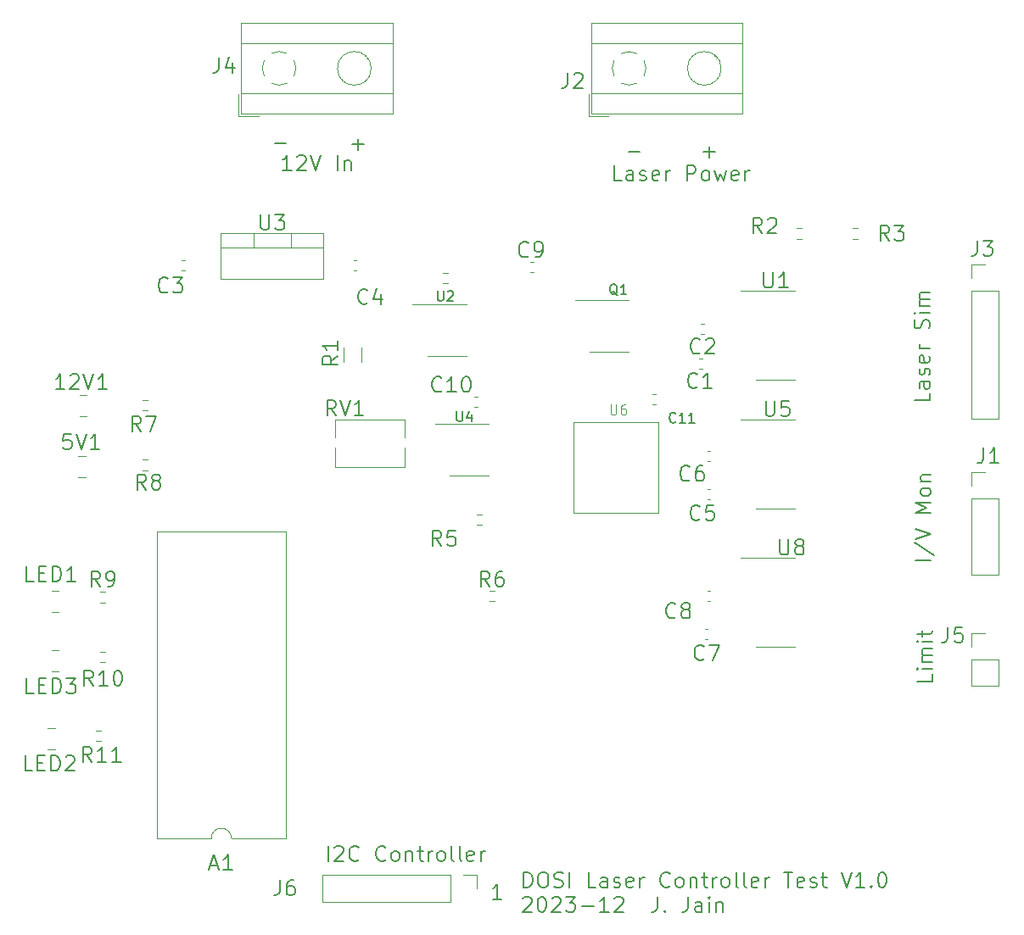
<source format=gbr>
%TF.GenerationSoftware,KiCad,Pcbnew,7.0.9-7.0.9~ubuntu22.04.1*%
%TF.CreationDate,2023-12-12T13:52:17-05:00*%
%TF.ProjectId,monitor_board,6d6f6e69-746f-4725-9f62-6f6172642e6b,rev?*%
%TF.SameCoordinates,Original*%
%TF.FileFunction,Legend,Top*%
%TF.FilePolarity,Positive*%
%FSLAX46Y46*%
G04 Gerber Fmt 4.6, Leading zero omitted, Abs format (unit mm)*
G04 Created by KiCad (PCBNEW 7.0.9-7.0.9~ubuntu22.04.1) date 2023-12-12 13:52:17*
%MOMM*%
%LPD*%
G01*
G04 APERTURE LIST*
%ADD10C,0.203200*%
%ADD11C,0.150000*%
%ADD12C,0.100000*%
%ADD13C,0.120000*%
G04 APERTURE END LIST*
D10*
X66536541Y-112832924D02*
X66536541Y-111308924D01*
X67189683Y-111454067D02*
X67262255Y-111381495D01*
X67262255Y-111381495D02*
X67407398Y-111308924D01*
X67407398Y-111308924D02*
X67770255Y-111308924D01*
X67770255Y-111308924D02*
X67915398Y-111381495D01*
X67915398Y-111381495D02*
X67987969Y-111454067D01*
X67987969Y-111454067D02*
X68060540Y-111599210D01*
X68060540Y-111599210D02*
X68060540Y-111744353D01*
X68060540Y-111744353D02*
X67987969Y-111962067D01*
X67987969Y-111962067D02*
X67117112Y-112832924D01*
X67117112Y-112832924D02*
X68060540Y-112832924D01*
X69584541Y-112687781D02*
X69511969Y-112760353D01*
X69511969Y-112760353D02*
X69294255Y-112832924D01*
X69294255Y-112832924D02*
X69149112Y-112832924D01*
X69149112Y-112832924D02*
X68931398Y-112760353D01*
X68931398Y-112760353D02*
X68786255Y-112615210D01*
X68786255Y-112615210D02*
X68713684Y-112470067D01*
X68713684Y-112470067D02*
X68641112Y-112179781D01*
X68641112Y-112179781D02*
X68641112Y-111962067D01*
X68641112Y-111962067D02*
X68713684Y-111671781D01*
X68713684Y-111671781D02*
X68786255Y-111526638D01*
X68786255Y-111526638D02*
X68931398Y-111381495D01*
X68931398Y-111381495D02*
X69149112Y-111308924D01*
X69149112Y-111308924D02*
X69294255Y-111308924D01*
X69294255Y-111308924D02*
X69511969Y-111381495D01*
X69511969Y-111381495D02*
X69584541Y-111454067D01*
X72269684Y-112687781D02*
X72197112Y-112760353D01*
X72197112Y-112760353D02*
X71979398Y-112832924D01*
X71979398Y-112832924D02*
X71834255Y-112832924D01*
X71834255Y-112832924D02*
X71616541Y-112760353D01*
X71616541Y-112760353D02*
X71471398Y-112615210D01*
X71471398Y-112615210D02*
X71398827Y-112470067D01*
X71398827Y-112470067D02*
X71326255Y-112179781D01*
X71326255Y-112179781D02*
X71326255Y-111962067D01*
X71326255Y-111962067D02*
X71398827Y-111671781D01*
X71398827Y-111671781D02*
X71471398Y-111526638D01*
X71471398Y-111526638D02*
X71616541Y-111381495D01*
X71616541Y-111381495D02*
X71834255Y-111308924D01*
X71834255Y-111308924D02*
X71979398Y-111308924D01*
X71979398Y-111308924D02*
X72197112Y-111381495D01*
X72197112Y-111381495D02*
X72269684Y-111454067D01*
X73140541Y-112832924D02*
X72995398Y-112760353D01*
X72995398Y-112760353D02*
X72922827Y-112687781D01*
X72922827Y-112687781D02*
X72850255Y-112542638D01*
X72850255Y-112542638D02*
X72850255Y-112107210D01*
X72850255Y-112107210D02*
X72922827Y-111962067D01*
X72922827Y-111962067D02*
X72995398Y-111889495D01*
X72995398Y-111889495D02*
X73140541Y-111816924D01*
X73140541Y-111816924D02*
X73358255Y-111816924D01*
X73358255Y-111816924D02*
X73503398Y-111889495D01*
X73503398Y-111889495D02*
X73575970Y-111962067D01*
X73575970Y-111962067D02*
X73648541Y-112107210D01*
X73648541Y-112107210D02*
X73648541Y-112542638D01*
X73648541Y-112542638D02*
X73575970Y-112687781D01*
X73575970Y-112687781D02*
X73503398Y-112760353D01*
X73503398Y-112760353D02*
X73358255Y-112832924D01*
X73358255Y-112832924D02*
X73140541Y-112832924D01*
X74301684Y-111816924D02*
X74301684Y-112832924D01*
X74301684Y-111962067D02*
X74374255Y-111889495D01*
X74374255Y-111889495D02*
X74519398Y-111816924D01*
X74519398Y-111816924D02*
X74737112Y-111816924D01*
X74737112Y-111816924D02*
X74882255Y-111889495D01*
X74882255Y-111889495D02*
X74954827Y-112034638D01*
X74954827Y-112034638D02*
X74954827Y-112832924D01*
X75462826Y-111816924D02*
X76043398Y-111816924D01*
X75680541Y-111308924D02*
X75680541Y-112615210D01*
X75680541Y-112615210D02*
X75753112Y-112760353D01*
X75753112Y-112760353D02*
X75898255Y-112832924D01*
X75898255Y-112832924D02*
X76043398Y-112832924D01*
X76551398Y-112832924D02*
X76551398Y-111816924D01*
X76551398Y-112107210D02*
X76623969Y-111962067D01*
X76623969Y-111962067D02*
X76696541Y-111889495D01*
X76696541Y-111889495D02*
X76841683Y-111816924D01*
X76841683Y-111816924D02*
X76986826Y-111816924D01*
X77712541Y-112832924D02*
X77567398Y-112760353D01*
X77567398Y-112760353D02*
X77494827Y-112687781D01*
X77494827Y-112687781D02*
X77422255Y-112542638D01*
X77422255Y-112542638D02*
X77422255Y-112107210D01*
X77422255Y-112107210D02*
X77494827Y-111962067D01*
X77494827Y-111962067D02*
X77567398Y-111889495D01*
X77567398Y-111889495D02*
X77712541Y-111816924D01*
X77712541Y-111816924D02*
X77930255Y-111816924D01*
X77930255Y-111816924D02*
X78075398Y-111889495D01*
X78075398Y-111889495D02*
X78147970Y-111962067D01*
X78147970Y-111962067D02*
X78220541Y-112107210D01*
X78220541Y-112107210D02*
X78220541Y-112542638D01*
X78220541Y-112542638D02*
X78147970Y-112687781D01*
X78147970Y-112687781D02*
X78075398Y-112760353D01*
X78075398Y-112760353D02*
X77930255Y-112832924D01*
X77930255Y-112832924D02*
X77712541Y-112832924D01*
X79091398Y-112832924D02*
X78946255Y-112760353D01*
X78946255Y-112760353D02*
X78873684Y-112615210D01*
X78873684Y-112615210D02*
X78873684Y-111308924D01*
X79889684Y-112832924D02*
X79744541Y-112760353D01*
X79744541Y-112760353D02*
X79671970Y-112615210D01*
X79671970Y-112615210D02*
X79671970Y-111308924D01*
X81050827Y-112760353D02*
X80905684Y-112832924D01*
X80905684Y-112832924D02*
X80615399Y-112832924D01*
X80615399Y-112832924D02*
X80470256Y-112760353D01*
X80470256Y-112760353D02*
X80397684Y-112615210D01*
X80397684Y-112615210D02*
X80397684Y-112034638D01*
X80397684Y-112034638D02*
X80470256Y-111889495D01*
X80470256Y-111889495D02*
X80615399Y-111816924D01*
X80615399Y-111816924D02*
X80905684Y-111816924D01*
X80905684Y-111816924D02*
X81050827Y-111889495D01*
X81050827Y-111889495D02*
X81123399Y-112034638D01*
X81123399Y-112034638D02*
X81123399Y-112179781D01*
X81123399Y-112179781D02*
X80397684Y-112324924D01*
X81776542Y-112832924D02*
X81776542Y-111816924D01*
X81776542Y-112107210D02*
X81849113Y-111962067D01*
X81849113Y-111962067D02*
X81921685Y-111889495D01*
X81921685Y-111889495D02*
X82066827Y-111816924D01*
X82066827Y-111816924D02*
X82211970Y-111816924D01*
X83844826Y-116642924D02*
X82973969Y-116642924D01*
X83409398Y-116642924D02*
X83409398Y-115118924D01*
X83409398Y-115118924D02*
X83264255Y-115336638D01*
X83264255Y-115336638D02*
X83119112Y-115481781D01*
X83119112Y-115481781D02*
X82973969Y-115554353D01*
X61202541Y-41132353D02*
X62363684Y-41132353D01*
X68949541Y-41259353D02*
X70110684Y-41259353D01*
X69530112Y-41839924D02*
X69530112Y-40678781D01*
X126548924Y-66087744D02*
X126548924Y-66813458D01*
X126548924Y-66813458D02*
X125024924Y-66813458D01*
X126548924Y-64926602D02*
X125750638Y-64926602D01*
X125750638Y-64926602D02*
X125605495Y-64999173D01*
X125605495Y-64999173D02*
X125532924Y-65144316D01*
X125532924Y-65144316D02*
X125532924Y-65434602D01*
X125532924Y-65434602D02*
X125605495Y-65579744D01*
X126476353Y-64926602D02*
X126548924Y-65071744D01*
X126548924Y-65071744D02*
X126548924Y-65434602D01*
X126548924Y-65434602D02*
X126476353Y-65579744D01*
X126476353Y-65579744D02*
X126331210Y-65652316D01*
X126331210Y-65652316D02*
X126186067Y-65652316D01*
X126186067Y-65652316D02*
X126040924Y-65579744D01*
X126040924Y-65579744D02*
X125968353Y-65434602D01*
X125968353Y-65434602D02*
X125968353Y-65071744D01*
X125968353Y-65071744D02*
X125895781Y-64926602D01*
X126476353Y-64273459D02*
X126548924Y-64128316D01*
X126548924Y-64128316D02*
X126548924Y-63838030D01*
X126548924Y-63838030D02*
X126476353Y-63692887D01*
X126476353Y-63692887D02*
X126331210Y-63620316D01*
X126331210Y-63620316D02*
X126258638Y-63620316D01*
X126258638Y-63620316D02*
X126113495Y-63692887D01*
X126113495Y-63692887D02*
X126040924Y-63838030D01*
X126040924Y-63838030D02*
X126040924Y-64055745D01*
X126040924Y-64055745D02*
X125968353Y-64200887D01*
X125968353Y-64200887D02*
X125823210Y-64273459D01*
X125823210Y-64273459D02*
X125750638Y-64273459D01*
X125750638Y-64273459D02*
X125605495Y-64200887D01*
X125605495Y-64200887D02*
X125532924Y-64055745D01*
X125532924Y-64055745D02*
X125532924Y-63838030D01*
X125532924Y-63838030D02*
X125605495Y-63692887D01*
X126476353Y-62386602D02*
X126548924Y-62531745D01*
X126548924Y-62531745D02*
X126548924Y-62822031D01*
X126548924Y-62822031D02*
X126476353Y-62967173D01*
X126476353Y-62967173D02*
X126331210Y-63039745D01*
X126331210Y-63039745D02*
X125750638Y-63039745D01*
X125750638Y-63039745D02*
X125605495Y-62967173D01*
X125605495Y-62967173D02*
X125532924Y-62822031D01*
X125532924Y-62822031D02*
X125532924Y-62531745D01*
X125532924Y-62531745D02*
X125605495Y-62386602D01*
X125605495Y-62386602D02*
X125750638Y-62314031D01*
X125750638Y-62314031D02*
X125895781Y-62314031D01*
X125895781Y-62314031D02*
X126040924Y-63039745D01*
X126548924Y-61660887D02*
X125532924Y-61660887D01*
X125823210Y-61660887D02*
X125678067Y-61588316D01*
X125678067Y-61588316D02*
X125605495Y-61515745D01*
X125605495Y-61515745D02*
X125532924Y-61370602D01*
X125532924Y-61370602D02*
X125532924Y-61225459D01*
X126476353Y-59628887D02*
X126548924Y-59411173D01*
X126548924Y-59411173D02*
X126548924Y-59048315D01*
X126548924Y-59048315D02*
X126476353Y-58903173D01*
X126476353Y-58903173D02*
X126403781Y-58830601D01*
X126403781Y-58830601D02*
X126258638Y-58758030D01*
X126258638Y-58758030D02*
X126113495Y-58758030D01*
X126113495Y-58758030D02*
X125968353Y-58830601D01*
X125968353Y-58830601D02*
X125895781Y-58903173D01*
X125895781Y-58903173D02*
X125823210Y-59048315D01*
X125823210Y-59048315D02*
X125750638Y-59338601D01*
X125750638Y-59338601D02*
X125678067Y-59483744D01*
X125678067Y-59483744D02*
X125605495Y-59556315D01*
X125605495Y-59556315D02*
X125460353Y-59628887D01*
X125460353Y-59628887D02*
X125315210Y-59628887D01*
X125315210Y-59628887D02*
X125170067Y-59556315D01*
X125170067Y-59556315D02*
X125097495Y-59483744D01*
X125097495Y-59483744D02*
X125024924Y-59338601D01*
X125024924Y-59338601D02*
X125024924Y-58975744D01*
X125024924Y-58975744D02*
X125097495Y-58758030D01*
X126548924Y-58104886D02*
X125532924Y-58104886D01*
X125024924Y-58104886D02*
X125097495Y-58177458D01*
X125097495Y-58177458D02*
X125170067Y-58104886D01*
X125170067Y-58104886D02*
X125097495Y-58032315D01*
X125097495Y-58032315D02*
X125024924Y-58104886D01*
X125024924Y-58104886D02*
X125170067Y-58104886D01*
X126548924Y-57379172D02*
X125532924Y-57379172D01*
X125678067Y-57379172D02*
X125605495Y-57306601D01*
X125605495Y-57306601D02*
X125532924Y-57161458D01*
X125532924Y-57161458D02*
X125532924Y-56943744D01*
X125532924Y-56943744D02*
X125605495Y-56798601D01*
X125605495Y-56798601D02*
X125750638Y-56726030D01*
X125750638Y-56726030D02*
X126548924Y-56726030D01*
X125750638Y-56726030D02*
X125605495Y-56653458D01*
X125605495Y-56653458D02*
X125532924Y-56508315D01*
X125532924Y-56508315D02*
X125532924Y-56290601D01*
X125532924Y-56290601D02*
X125605495Y-56145458D01*
X125605495Y-56145458D02*
X125750638Y-56072887D01*
X125750638Y-56072887D02*
X126548924Y-56072887D01*
D11*
X86059541Y-115462051D02*
X86059541Y-113938051D01*
X86059541Y-113938051D02*
X86422398Y-113938051D01*
X86422398Y-113938051D02*
X86640112Y-114010622D01*
X86640112Y-114010622D02*
X86785255Y-114155765D01*
X86785255Y-114155765D02*
X86857826Y-114300908D01*
X86857826Y-114300908D02*
X86930398Y-114591194D01*
X86930398Y-114591194D02*
X86930398Y-114808908D01*
X86930398Y-114808908D02*
X86857826Y-115099194D01*
X86857826Y-115099194D02*
X86785255Y-115244337D01*
X86785255Y-115244337D02*
X86640112Y-115389480D01*
X86640112Y-115389480D02*
X86422398Y-115462051D01*
X86422398Y-115462051D02*
X86059541Y-115462051D01*
X87873826Y-113938051D02*
X88164112Y-113938051D01*
X88164112Y-113938051D02*
X88309255Y-114010622D01*
X88309255Y-114010622D02*
X88454398Y-114155765D01*
X88454398Y-114155765D02*
X88526969Y-114446051D01*
X88526969Y-114446051D02*
X88526969Y-114954051D01*
X88526969Y-114954051D02*
X88454398Y-115244337D01*
X88454398Y-115244337D02*
X88309255Y-115389480D01*
X88309255Y-115389480D02*
X88164112Y-115462051D01*
X88164112Y-115462051D02*
X87873826Y-115462051D01*
X87873826Y-115462051D02*
X87728684Y-115389480D01*
X87728684Y-115389480D02*
X87583541Y-115244337D01*
X87583541Y-115244337D02*
X87510969Y-114954051D01*
X87510969Y-114954051D02*
X87510969Y-114446051D01*
X87510969Y-114446051D02*
X87583541Y-114155765D01*
X87583541Y-114155765D02*
X87728684Y-114010622D01*
X87728684Y-114010622D02*
X87873826Y-113938051D01*
X89107540Y-115389480D02*
X89325255Y-115462051D01*
X89325255Y-115462051D02*
X89688112Y-115462051D01*
X89688112Y-115462051D02*
X89833255Y-115389480D01*
X89833255Y-115389480D02*
X89905826Y-115316908D01*
X89905826Y-115316908D02*
X89978397Y-115171765D01*
X89978397Y-115171765D02*
X89978397Y-115026622D01*
X89978397Y-115026622D02*
X89905826Y-114881480D01*
X89905826Y-114881480D02*
X89833255Y-114808908D01*
X89833255Y-114808908D02*
X89688112Y-114736337D01*
X89688112Y-114736337D02*
X89397826Y-114663765D01*
X89397826Y-114663765D02*
X89252683Y-114591194D01*
X89252683Y-114591194D02*
X89180112Y-114518622D01*
X89180112Y-114518622D02*
X89107540Y-114373480D01*
X89107540Y-114373480D02*
X89107540Y-114228337D01*
X89107540Y-114228337D02*
X89180112Y-114083194D01*
X89180112Y-114083194D02*
X89252683Y-114010622D01*
X89252683Y-114010622D02*
X89397826Y-113938051D01*
X89397826Y-113938051D02*
X89760683Y-113938051D01*
X89760683Y-113938051D02*
X89978397Y-114010622D01*
X90631541Y-115462051D02*
X90631541Y-113938051D01*
X93244112Y-115462051D02*
X92518398Y-115462051D01*
X92518398Y-115462051D02*
X92518398Y-113938051D01*
X94405255Y-115462051D02*
X94405255Y-114663765D01*
X94405255Y-114663765D02*
X94332683Y-114518622D01*
X94332683Y-114518622D02*
X94187540Y-114446051D01*
X94187540Y-114446051D02*
X93897255Y-114446051D01*
X93897255Y-114446051D02*
X93752112Y-114518622D01*
X94405255Y-115389480D02*
X94260112Y-115462051D01*
X94260112Y-115462051D02*
X93897255Y-115462051D01*
X93897255Y-115462051D02*
X93752112Y-115389480D01*
X93752112Y-115389480D02*
X93679540Y-115244337D01*
X93679540Y-115244337D02*
X93679540Y-115099194D01*
X93679540Y-115099194D02*
X93752112Y-114954051D01*
X93752112Y-114954051D02*
X93897255Y-114881480D01*
X93897255Y-114881480D02*
X94260112Y-114881480D01*
X94260112Y-114881480D02*
X94405255Y-114808908D01*
X95058397Y-115389480D02*
X95203540Y-115462051D01*
X95203540Y-115462051D02*
X95493826Y-115462051D01*
X95493826Y-115462051D02*
X95638969Y-115389480D01*
X95638969Y-115389480D02*
X95711540Y-115244337D01*
X95711540Y-115244337D02*
X95711540Y-115171765D01*
X95711540Y-115171765D02*
X95638969Y-115026622D01*
X95638969Y-115026622D02*
X95493826Y-114954051D01*
X95493826Y-114954051D02*
X95276112Y-114954051D01*
X95276112Y-114954051D02*
X95130969Y-114881480D01*
X95130969Y-114881480D02*
X95058397Y-114736337D01*
X95058397Y-114736337D02*
X95058397Y-114663765D01*
X95058397Y-114663765D02*
X95130969Y-114518622D01*
X95130969Y-114518622D02*
X95276112Y-114446051D01*
X95276112Y-114446051D02*
X95493826Y-114446051D01*
X95493826Y-114446051D02*
X95638969Y-114518622D01*
X96945254Y-115389480D02*
X96800111Y-115462051D01*
X96800111Y-115462051D02*
X96509826Y-115462051D01*
X96509826Y-115462051D02*
X96364683Y-115389480D01*
X96364683Y-115389480D02*
X96292111Y-115244337D01*
X96292111Y-115244337D02*
X96292111Y-114663765D01*
X96292111Y-114663765D02*
X96364683Y-114518622D01*
X96364683Y-114518622D02*
X96509826Y-114446051D01*
X96509826Y-114446051D02*
X96800111Y-114446051D01*
X96800111Y-114446051D02*
X96945254Y-114518622D01*
X96945254Y-114518622D02*
X97017826Y-114663765D01*
X97017826Y-114663765D02*
X97017826Y-114808908D01*
X97017826Y-114808908D02*
X96292111Y-114954051D01*
X97670969Y-115462051D02*
X97670969Y-114446051D01*
X97670969Y-114736337D02*
X97743540Y-114591194D01*
X97743540Y-114591194D02*
X97816112Y-114518622D01*
X97816112Y-114518622D02*
X97961254Y-114446051D01*
X97961254Y-114446051D02*
X98106397Y-114446051D01*
X100646398Y-115316908D02*
X100573826Y-115389480D01*
X100573826Y-115389480D02*
X100356112Y-115462051D01*
X100356112Y-115462051D02*
X100210969Y-115462051D01*
X100210969Y-115462051D02*
X99993255Y-115389480D01*
X99993255Y-115389480D02*
X99848112Y-115244337D01*
X99848112Y-115244337D02*
X99775541Y-115099194D01*
X99775541Y-115099194D02*
X99702969Y-114808908D01*
X99702969Y-114808908D02*
X99702969Y-114591194D01*
X99702969Y-114591194D02*
X99775541Y-114300908D01*
X99775541Y-114300908D02*
X99848112Y-114155765D01*
X99848112Y-114155765D02*
X99993255Y-114010622D01*
X99993255Y-114010622D02*
X100210969Y-113938051D01*
X100210969Y-113938051D02*
X100356112Y-113938051D01*
X100356112Y-113938051D02*
X100573826Y-114010622D01*
X100573826Y-114010622D02*
X100646398Y-114083194D01*
X101517255Y-115462051D02*
X101372112Y-115389480D01*
X101372112Y-115389480D02*
X101299541Y-115316908D01*
X101299541Y-115316908D02*
X101226969Y-115171765D01*
X101226969Y-115171765D02*
X101226969Y-114736337D01*
X101226969Y-114736337D02*
X101299541Y-114591194D01*
X101299541Y-114591194D02*
X101372112Y-114518622D01*
X101372112Y-114518622D02*
X101517255Y-114446051D01*
X101517255Y-114446051D02*
X101734969Y-114446051D01*
X101734969Y-114446051D02*
X101880112Y-114518622D01*
X101880112Y-114518622D02*
X101952684Y-114591194D01*
X101952684Y-114591194D02*
X102025255Y-114736337D01*
X102025255Y-114736337D02*
X102025255Y-115171765D01*
X102025255Y-115171765D02*
X101952684Y-115316908D01*
X101952684Y-115316908D02*
X101880112Y-115389480D01*
X101880112Y-115389480D02*
X101734969Y-115462051D01*
X101734969Y-115462051D02*
X101517255Y-115462051D01*
X102678398Y-114446051D02*
X102678398Y-115462051D01*
X102678398Y-114591194D02*
X102750969Y-114518622D01*
X102750969Y-114518622D02*
X102896112Y-114446051D01*
X102896112Y-114446051D02*
X103113826Y-114446051D01*
X103113826Y-114446051D02*
X103258969Y-114518622D01*
X103258969Y-114518622D02*
X103331541Y-114663765D01*
X103331541Y-114663765D02*
X103331541Y-115462051D01*
X103839540Y-114446051D02*
X104420112Y-114446051D01*
X104057255Y-113938051D02*
X104057255Y-115244337D01*
X104057255Y-115244337D02*
X104129826Y-115389480D01*
X104129826Y-115389480D02*
X104274969Y-115462051D01*
X104274969Y-115462051D02*
X104420112Y-115462051D01*
X104928112Y-115462051D02*
X104928112Y-114446051D01*
X104928112Y-114736337D02*
X105000683Y-114591194D01*
X105000683Y-114591194D02*
X105073255Y-114518622D01*
X105073255Y-114518622D02*
X105218397Y-114446051D01*
X105218397Y-114446051D02*
X105363540Y-114446051D01*
X106089255Y-115462051D02*
X105944112Y-115389480D01*
X105944112Y-115389480D02*
X105871541Y-115316908D01*
X105871541Y-115316908D02*
X105798969Y-115171765D01*
X105798969Y-115171765D02*
X105798969Y-114736337D01*
X105798969Y-114736337D02*
X105871541Y-114591194D01*
X105871541Y-114591194D02*
X105944112Y-114518622D01*
X105944112Y-114518622D02*
X106089255Y-114446051D01*
X106089255Y-114446051D02*
X106306969Y-114446051D01*
X106306969Y-114446051D02*
X106452112Y-114518622D01*
X106452112Y-114518622D02*
X106524684Y-114591194D01*
X106524684Y-114591194D02*
X106597255Y-114736337D01*
X106597255Y-114736337D02*
X106597255Y-115171765D01*
X106597255Y-115171765D02*
X106524684Y-115316908D01*
X106524684Y-115316908D02*
X106452112Y-115389480D01*
X106452112Y-115389480D02*
X106306969Y-115462051D01*
X106306969Y-115462051D02*
X106089255Y-115462051D01*
X107468112Y-115462051D02*
X107322969Y-115389480D01*
X107322969Y-115389480D02*
X107250398Y-115244337D01*
X107250398Y-115244337D02*
X107250398Y-113938051D01*
X108266398Y-115462051D02*
X108121255Y-115389480D01*
X108121255Y-115389480D02*
X108048684Y-115244337D01*
X108048684Y-115244337D02*
X108048684Y-113938051D01*
X109427541Y-115389480D02*
X109282398Y-115462051D01*
X109282398Y-115462051D02*
X108992113Y-115462051D01*
X108992113Y-115462051D02*
X108846970Y-115389480D01*
X108846970Y-115389480D02*
X108774398Y-115244337D01*
X108774398Y-115244337D02*
X108774398Y-114663765D01*
X108774398Y-114663765D02*
X108846970Y-114518622D01*
X108846970Y-114518622D02*
X108992113Y-114446051D01*
X108992113Y-114446051D02*
X109282398Y-114446051D01*
X109282398Y-114446051D02*
X109427541Y-114518622D01*
X109427541Y-114518622D02*
X109500113Y-114663765D01*
X109500113Y-114663765D02*
X109500113Y-114808908D01*
X109500113Y-114808908D02*
X108774398Y-114954051D01*
X110153256Y-115462051D02*
X110153256Y-114446051D01*
X110153256Y-114736337D02*
X110225827Y-114591194D01*
X110225827Y-114591194D02*
X110298399Y-114518622D01*
X110298399Y-114518622D02*
X110443541Y-114446051D01*
X110443541Y-114446051D02*
X110588684Y-114446051D01*
X112040113Y-113938051D02*
X112910971Y-113938051D01*
X112475542Y-115462051D02*
X112475542Y-113938051D01*
X113999542Y-115389480D02*
X113854399Y-115462051D01*
X113854399Y-115462051D02*
X113564114Y-115462051D01*
X113564114Y-115462051D02*
X113418971Y-115389480D01*
X113418971Y-115389480D02*
X113346399Y-115244337D01*
X113346399Y-115244337D02*
X113346399Y-114663765D01*
X113346399Y-114663765D02*
X113418971Y-114518622D01*
X113418971Y-114518622D02*
X113564114Y-114446051D01*
X113564114Y-114446051D02*
X113854399Y-114446051D01*
X113854399Y-114446051D02*
X113999542Y-114518622D01*
X113999542Y-114518622D02*
X114072114Y-114663765D01*
X114072114Y-114663765D02*
X114072114Y-114808908D01*
X114072114Y-114808908D02*
X113346399Y-114954051D01*
X114652685Y-115389480D02*
X114797828Y-115462051D01*
X114797828Y-115462051D02*
X115088114Y-115462051D01*
X115088114Y-115462051D02*
X115233257Y-115389480D01*
X115233257Y-115389480D02*
X115305828Y-115244337D01*
X115305828Y-115244337D02*
X115305828Y-115171765D01*
X115305828Y-115171765D02*
X115233257Y-115026622D01*
X115233257Y-115026622D02*
X115088114Y-114954051D01*
X115088114Y-114954051D02*
X114870400Y-114954051D01*
X114870400Y-114954051D02*
X114725257Y-114881480D01*
X114725257Y-114881480D02*
X114652685Y-114736337D01*
X114652685Y-114736337D02*
X114652685Y-114663765D01*
X114652685Y-114663765D02*
X114725257Y-114518622D01*
X114725257Y-114518622D02*
X114870400Y-114446051D01*
X114870400Y-114446051D02*
X115088114Y-114446051D01*
X115088114Y-114446051D02*
X115233257Y-114518622D01*
X115741256Y-114446051D02*
X116321828Y-114446051D01*
X115958971Y-113938051D02*
X115958971Y-115244337D01*
X115958971Y-115244337D02*
X116031542Y-115389480D01*
X116031542Y-115389480D02*
X116176685Y-115462051D01*
X116176685Y-115462051D02*
X116321828Y-115462051D01*
X117773256Y-113938051D02*
X118281256Y-115462051D01*
X118281256Y-115462051D02*
X118789256Y-113938051D01*
X120095542Y-115462051D02*
X119224685Y-115462051D01*
X119660114Y-115462051D02*
X119660114Y-113938051D01*
X119660114Y-113938051D02*
X119514971Y-114155765D01*
X119514971Y-114155765D02*
X119369828Y-114300908D01*
X119369828Y-114300908D02*
X119224685Y-114373480D01*
X120748686Y-115316908D02*
X120821257Y-115389480D01*
X120821257Y-115389480D02*
X120748686Y-115462051D01*
X120748686Y-115462051D02*
X120676114Y-115389480D01*
X120676114Y-115389480D02*
X120748686Y-115316908D01*
X120748686Y-115316908D02*
X120748686Y-115462051D01*
X121764685Y-113938051D02*
X121909828Y-113938051D01*
X121909828Y-113938051D02*
X122054971Y-114010622D01*
X122054971Y-114010622D02*
X122127543Y-114083194D01*
X122127543Y-114083194D02*
X122200114Y-114228337D01*
X122200114Y-114228337D02*
X122272685Y-114518622D01*
X122272685Y-114518622D02*
X122272685Y-114881480D01*
X122272685Y-114881480D02*
X122200114Y-115171765D01*
X122200114Y-115171765D02*
X122127543Y-115316908D01*
X122127543Y-115316908D02*
X122054971Y-115389480D01*
X122054971Y-115389480D02*
X121909828Y-115462051D01*
X121909828Y-115462051D02*
X121764685Y-115462051D01*
X121764685Y-115462051D02*
X121619543Y-115389480D01*
X121619543Y-115389480D02*
X121546971Y-115316908D01*
X121546971Y-115316908D02*
X121474400Y-115171765D01*
X121474400Y-115171765D02*
X121401828Y-114881480D01*
X121401828Y-114881480D02*
X121401828Y-114518622D01*
X121401828Y-114518622D02*
X121474400Y-114228337D01*
X121474400Y-114228337D02*
X121546971Y-114083194D01*
X121546971Y-114083194D02*
X121619543Y-114010622D01*
X121619543Y-114010622D02*
X121764685Y-113938051D01*
X85986969Y-116536834D02*
X86059541Y-116464262D01*
X86059541Y-116464262D02*
X86204684Y-116391691D01*
X86204684Y-116391691D02*
X86567541Y-116391691D01*
X86567541Y-116391691D02*
X86712684Y-116464262D01*
X86712684Y-116464262D02*
X86785255Y-116536834D01*
X86785255Y-116536834D02*
X86857826Y-116681977D01*
X86857826Y-116681977D02*
X86857826Y-116827120D01*
X86857826Y-116827120D02*
X86785255Y-117044834D01*
X86785255Y-117044834D02*
X85914398Y-117915691D01*
X85914398Y-117915691D02*
X86857826Y-117915691D01*
X87801255Y-116391691D02*
X87946398Y-116391691D01*
X87946398Y-116391691D02*
X88091541Y-116464262D01*
X88091541Y-116464262D02*
X88164113Y-116536834D01*
X88164113Y-116536834D02*
X88236684Y-116681977D01*
X88236684Y-116681977D02*
X88309255Y-116972262D01*
X88309255Y-116972262D02*
X88309255Y-117335120D01*
X88309255Y-117335120D02*
X88236684Y-117625405D01*
X88236684Y-117625405D02*
X88164113Y-117770548D01*
X88164113Y-117770548D02*
X88091541Y-117843120D01*
X88091541Y-117843120D02*
X87946398Y-117915691D01*
X87946398Y-117915691D02*
X87801255Y-117915691D01*
X87801255Y-117915691D02*
X87656113Y-117843120D01*
X87656113Y-117843120D02*
X87583541Y-117770548D01*
X87583541Y-117770548D02*
X87510970Y-117625405D01*
X87510970Y-117625405D02*
X87438398Y-117335120D01*
X87438398Y-117335120D02*
X87438398Y-116972262D01*
X87438398Y-116972262D02*
X87510970Y-116681977D01*
X87510970Y-116681977D02*
X87583541Y-116536834D01*
X87583541Y-116536834D02*
X87656113Y-116464262D01*
X87656113Y-116464262D02*
X87801255Y-116391691D01*
X88889827Y-116536834D02*
X88962399Y-116464262D01*
X88962399Y-116464262D02*
X89107542Y-116391691D01*
X89107542Y-116391691D02*
X89470399Y-116391691D01*
X89470399Y-116391691D02*
X89615542Y-116464262D01*
X89615542Y-116464262D02*
X89688113Y-116536834D01*
X89688113Y-116536834D02*
X89760684Y-116681977D01*
X89760684Y-116681977D02*
X89760684Y-116827120D01*
X89760684Y-116827120D02*
X89688113Y-117044834D01*
X89688113Y-117044834D02*
X88817256Y-117915691D01*
X88817256Y-117915691D02*
X89760684Y-117915691D01*
X90268685Y-116391691D02*
X91212113Y-116391691D01*
X91212113Y-116391691D02*
X90704113Y-116972262D01*
X90704113Y-116972262D02*
X90921828Y-116972262D01*
X90921828Y-116972262D02*
X91066971Y-117044834D01*
X91066971Y-117044834D02*
X91139542Y-117117405D01*
X91139542Y-117117405D02*
X91212113Y-117262548D01*
X91212113Y-117262548D02*
X91212113Y-117625405D01*
X91212113Y-117625405D02*
X91139542Y-117770548D01*
X91139542Y-117770548D02*
X91066971Y-117843120D01*
X91066971Y-117843120D02*
X90921828Y-117915691D01*
X90921828Y-117915691D02*
X90486399Y-117915691D01*
X90486399Y-117915691D02*
X90341256Y-117843120D01*
X90341256Y-117843120D02*
X90268685Y-117770548D01*
X91865257Y-117335120D02*
X93026400Y-117335120D01*
X94550399Y-117915691D02*
X93679542Y-117915691D01*
X94114971Y-117915691D02*
X94114971Y-116391691D01*
X94114971Y-116391691D02*
X93969828Y-116609405D01*
X93969828Y-116609405D02*
X93824685Y-116754548D01*
X93824685Y-116754548D02*
X93679542Y-116827120D01*
X95130971Y-116536834D02*
X95203543Y-116464262D01*
X95203543Y-116464262D02*
X95348686Y-116391691D01*
X95348686Y-116391691D02*
X95711543Y-116391691D01*
X95711543Y-116391691D02*
X95856686Y-116464262D01*
X95856686Y-116464262D02*
X95929257Y-116536834D01*
X95929257Y-116536834D02*
X96001828Y-116681977D01*
X96001828Y-116681977D02*
X96001828Y-116827120D01*
X96001828Y-116827120D02*
X95929257Y-117044834D01*
X95929257Y-117044834D02*
X95058400Y-117915691D01*
X95058400Y-117915691D02*
X96001828Y-117915691D01*
X99412686Y-116391691D02*
X99412686Y-117480262D01*
X99412686Y-117480262D02*
X99340115Y-117697977D01*
X99340115Y-117697977D02*
X99194972Y-117843120D01*
X99194972Y-117843120D02*
X98977258Y-117915691D01*
X98977258Y-117915691D02*
X98832115Y-117915691D01*
X100138401Y-117770548D02*
X100210972Y-117843120D01*
X100210972Y-117843120D02*
X100138401Y-117915691D01*
X100138401Y-117915691D02*
X100065829Y-117843120D01*
X100065829Y-117843120D02*
X100138401Y-117770548D01*
X100138401Y-117770548D02*
X100138401Y-117915691D01*
X102460686Y-116391691D02*
X102460686Y-117480262D01*
X102460686Y-117480262D02*
X102388115Y-117697977D01*
X102388115Y-117697977D02*
X102242972Y-117843120D01*
X102242972Y-117843120D02*
X102025258Y-117915691D01*
X102025258Y-117915691D02*
X101880115Y-117915691D01*
X103839544Y-117915691D02*
X103839544Y-117117405D01*
X103839544Y-117117405D02*
X103766972Y-116972262D01*
X103766972Y-116972262D02*
X103621829Y-116899691D01*
X103621829Y-116899691D02*
X103331544Y-116899691D01*
X103331544Y-116899691D02*
X103186401Y-116972262D01*
X103839544Y-117843120D02*
X103694401Y-117915691D01*
X103694401Y-117915691D02*
X103331544Y-117915691D01*
X103331544Y-117915691D02*
X103186401Y-117843120D01*
X103186401Y-117843120D02*
X103113829Y-117697977D01*
X103113829Y-117697977D02*
X103113829Y-117552834D01*
X103113829Y-117552834D02*
X103186401Y-117407691D01*
X103186401Y-117407691D02*
X103331544Y-117335120D01*
X103331544Y-117335120D02*
X103694401Y-117335120D01*
X103694401Y-117335120D02*
X103839544Y-117262548D01*
X104565258Y-117915691D02*
X104565258Y-116899691D01*
X104565258Y-116391691D02*
X104492686Y-116464262D01*
X104492686Y-116464262D02*
X104565258Y-116536834D01*
X104565258Y-116536834D02*
X104637829Y-116464262D01*
X104637829Y-116464262D02*
X104565258Y-116391691D01*
X104565258Y-116391691D02*
X104565258Y-116536834D01*
X105290972Y-116899691D02*
X105290972Y-117915691D01*
X105290972Y-117044834D02*
X105363543Y-116972262D01*
X105363543Y-116972262D02*
X105508686Y-116899691D01*
X105508686Y-116899691D02*
X105726400Y-116899691D01*
X105726400Y-116899691D02*
X105871543Y-116972262D01*
X105871543Y-116972262D02*
X105944115Y-117117405D01*
X105944115Y-117117405D02*
X105944115Y-117915691D01*
D10*
X104001541Y-42021353D02*
X105162684Y-42021353D01*
X104582112Y-42601924D02*
X104582112Y-41440781D01*
X62889826Y-43871924D02*
X62018969Y-43871924D01*
X62454398Y-43871924D02*
X62454398Y-42347924D01*
X62454398Y-42347924D02*
X62309255Y-42565638D01*
X62309255Y-42565638D02*
X62164112Y-42710781D01*
X62164112Y-42710781D02*
X62018969Y-42783353D01*
X63470398Y-42493067D02*
X63542970Y-42420495D01*
X63542970Y-42420495D02*
X63688113Y-42347924D01*
X63688113Y-42347924D02*
X64050970Y-42347924D01*
X64050970Y-42347924D02*
X64196113Y-42420495D01*
X64196113Y-42420495D02*
X64268684Y-42493067D01*
X64268684Y-42493067D02*
X64341255Y-42638210D01*
X64341255Y-42638210D02*
X64341255Y-42783353D01*
X64341255Y-42783353D02*
X64268684Y-43001067D01*
X64268684Y-43001067D02*
X63397827Y-43871924D01*
X63397827Y-43871924D02*
X64341255Y-43871924D01*
X64776684Y-42347924D02*
X65284684Y-43871924D01*
X65284684Y-43871924D02*
X65792684Y-42347924D01*
X67461828Y-43871924D02*
X67461828Y-42347924D01*
X68187542Y-42855924D02*
X68187542Y-43871924D01*
X68187542Y-43001067D02*
X68260113Y-42928495D01*
X68260113Y-42928495D02*
X68405256Y-42855924D01*
X68405256Y-42855924D02*
X68622970Y-42855924D01*
X68622970Y-42855924D02*
X68768113Y-42928495D01*
X68768113Y-42928495D02*
X68840685Y-43073638D01*
X68840685Y-43073638D02*
X68840685Y-43871924D01*
X95837255Y-44887924D02*
X95111541Y-44887924D01*
X95111541Y-44887924D02*
X95111541Y-43363924D01*
X96998398Y-44887924D02*
X96998398Y-44089638D01*
X96998398Y-44089638D02*
X96925826Y-43944495D01*
X96925826Y-43944495D02*
X96780683Y-43871924D01*
X96780683Y-43871924D02*
X96490398Y-43871924D01*
X96490398Y-43871924D02*
X96345255Y-43944495D01*
X96998398Y-44815353D02*
X96853255Y-44887924D01*
X96853255Y-44887924D02*
X96490398Y-44887924D01*
X96490398Y-44887924D02*
X96345255Y-44815353D01*
X96345255Y-44815353D02*
X96272683Y-44670210D01*
X96272683Y-44670210D02*
X96272683Y-44525067D01*
X96272683Y-44525067D02*
X96345255Y-44379924D01*
X96345255Y-44379924D02*
X96490398Y-44307353D01*
X96490398Y-44307353D02*
X96853255Y-44307353D01*
X96853255Y-44307353D02*
X96998398Y-44234781D01*
X97651540Y-44815353D02*
X97796683Y-44887924D01*
X97796683Y-44887924D02*
X98086969Y-44887924D01*
X98086969Y-44887924D02*
X98232112Y-44815353D01*
X98232112Y-44815353D02*
X98304683Y-44670210D01*
X98304683Y-44670210D02*
X98304683Y-44597638D01*
X98304683Y-44597638D02*
X98232112Y-44452495D01*
X98232112Y-44452495D02*
X98086969Y-44379924D01*
X98086969Y-44379924D02*
X97869255Y-44379924D01*
X97869255Y-44379924D02*
X97724112Y-44307353D01*
X97724112Y-44307353D02*
X97651540Y-44162210D01*
X97651540Y-44162210D02*
X97651540Y-44089638D01*
X97651540Y-44089638D02*
X97724112Y-43944495D01*
X97724112Y-43944495D02*
X97869255Y-43871924D01*
X97869255Y-43871924D02*
X98086969Y-43871924D01*
X98086969Y-43871924D02*
X98232112Y-43944495D01*
X99538397Y-44815353D02*
X99393254Y-44887924D01*
X99393254Y-44887924D02*
X99102969Y-44887924D01*
X99102969Y-44887924D02*
X98957826Y-44815353D01*
X98957826Y-44815353D02*
X98885254Y-44670210D01*
X98885254Y-44670210D02*
X98885254Y-44089638D01*
X98885254Y-44089638D02*
X98957826Y-43944495D01*
X98957826Y-43944495D02*
X99102969Y-43871924D01*
X99102969Y-43871924D02*
X99393254Y-43871924D01*
X99393254Y-43871924D02*
X99538397Y-43944495D01*
X99538397Y-43944495D02*
X99610969Y-44089638D01*
X99610969Y-44089638D02*
X99610969Y-44234781D01*
X99610969Y-44234781D02*
X98885254Y-44379924D01*
X100264112Y-44887924D02*
X100264112Y-43871924D01*
X100264112Y-44162210D02*
X100336683Y-44017067D01*
X100336683Y-44017067D02*
X100409255Y-43944495D01*
X100409255Y-43944495D02*
X100554397Y-43871924D01*
X100554397Y-43871924D02*
X100699540Y-43871924D01*
X102368684Y-44887924D02*
X102368684Y-43363924D01*
X102368684Y-43363924D02*
X102949255Y-43363924D01*
X102949255Y-43363924D02*
X103094398Y-43436495D01*
X103094398Y-43436495D02*
X103166969Y-43509067D01*
X103166969Y-43509067D02*
X103239541Y-43654210D01*
X103239541Y-43654210D02*
X103239541Y-43871924D01*
X103239541Y-43871924D02*
X103166969Y-44017067D01*
X103166969Y-44017067D02*
X103094398Y-44089638D01*
X103094398Y-44089638D02*
X102949255Y-44162210D01*
X102949255Y-44162210D02*
X102368684Y-44162210D01*
X104110398Y-44887924D02*
X103965255Y-44815353D01*
X103965255Y-44815353D02*
X103892684Y-44742781D01*
X103892684Y-44742781D02*
X103820112Y-44597638D01*
X103820112Y-44597638D02*
X103820112Y-44162210D01*
X103820112Y-44162210D02*
X103892684Y-44017067D01*
X103892684Y-44017067D02*
X103965255Y-43944495D01*
X103965255Y-43944495D02*
X104110398Y-43871924D01*
X104110398Y-43871924D02*
X104328112Y-43871924D01*
X104328112Y-43871924D02*
X104473255Y-43944495D01*
X104473255Y-43944495D02*
X104545827Y-44017067D01*
X104545827Y-44017067D02*
X104618398Y-44162210D01*
X104618398Y-44162210D02*
X104618398Y-44597638D01*
X104618398Y-44597638D02*
X104545827Y-44742781D01*
X104545827Y-44742781D02*
X104473255Y-44815353D01*
X104473255Y-44815353D02*
X104328112Y-44887924D01*
X104328112Y-44887924D02*
X104110398Y-44887924D01*
X105126398Y-43871924D02*
X105416684Y-44887924D01*
X105416684Y-44887924D02*
X105706969Y-44162210D01*
X105706969Y-44162210D02*
X105997255Y-44887924D01*
X105997255Y-44887924D02*
X106287541Y-43871924D01*
X107448683Y-44815353D02*
X107303540Y-44887924D01*
X107303540Y-44887924D02*
X107013255Y-44887924D01*
X107013255Y-44887924D02*
X106868112Y-44815353D01*
X106868112Y-44815353D02*
X106795540Y-44670210D01*
X106795540Y-44670210D02*
X106795540Y-44089638D01*
X106795540Y-44089638D02*
X106868112Y-43944495D01*
X106868112Y-43944495D02*
X107013255Y-43871924D01*
X107013255Y-43871924D02*
X107303540Y-43871924D01*
X107303540Y-43871924D02*
X107448683Y-43944495D01*
X107448683Y-43944495D02*
X107521255Y-44089638D01*
X107521255Y-44089638D02*
X107521255Y-44234781D01*
X107521255Y-44234781D02*
X106795540Y-44379924D01*
X108174398Y-44887924D02*
X108174398Y-43871924D01*
X108174398Y-44162210D02*
X108246969Y-44017067D01*
X108246969Y-44017067D02*
X108319541Y-43944495D01*
X108319541Y-43944495D02*
X108464683Y-43871924D01*
X108464683Y-43871924D02*
X108609826Y-43871924D01*
X126802924Y-94154744D02*
X126802924Y-94880458D01*
X126802924Y-94880458D02*
X125278924Y-94880458D01*
X126802924Y-93646744D02*
X125786924Y-93646744D01*
X125278924Y-93646744D02*
X125351495Y-93719316D01*
X125351495Y-93719316D02*
X125424067Y-93646744D01*
X125424067Y-93646744D02*
X125351495Y-93574173D01*
X125351495Y-93574173D02*
X125278924Y-93646744D01*
X125278924Y-93646744D02*
X125424067Y-93646744D01*
X126802924Y-92921030D02*
X125786924Y-92921030D01*
X125932067Y-92921030D02*
X125859495Y-92848459D01*
X125859495Y-92848459D02*
X125786924Y-92703316D01*
X125786924Y-92703316D02*
X125786924Y-92485602D01*
X125786924Y-92485602D02*
X125859495Y-92340459D01*
X125859495Y-92340459D02*
X126004638Y-92267888D01*
X126004638Y-92267888D02*
X126802924Y-92267888D01*
X126004638Y-92267888D02*
X125859495Y-92195316D01*
X125859495Y-92195316D02*
X125786924Y-92050173D01*
X125786924Y-92050173D02*
X125786924Y-91832459D01*
X125786924Y-91832459D02*
X125859495Y-91687316D01*
X125859495Y-91687316D02*
X126004638Y-91614745D01*
X126004638Y-91614745D02*
X126802924Y-91614745D01*
X126802924Y-90889030D02*
X125786924Y-90889030D01*
X125278924Y-90889030D02*
X125351495Y-90961602D01*
X125351495Y-90961602D02*
X125424067Y-90889030D01*
X125424067Y-90889030D02*
X125351495Y-90816459D01*
X125351495Y-90816459D02*
X125278924Y-90889030D01*
X125278924Y-90889030D02*
X125424067Y-90889030D01*
X125786924Y-90381031D02*
X125786924Y-89800459D01*
X125278924Y-90163316D02*
X126585210Y-90163316D01*
X126585210Y-90163316D02*
X126730353Y-90090745D01*
X126730353Y-90090745D02*
X126802924Y-89945602D01*
X126802924Y-89945602D02*
X126802924Y-89800459D01*
X126675924Y-82815458D02*
X125151924Y-82815458D01*
X125079353Y-81001173D02*
X127038781Y-82307459D01*
X125151924Y-80710888D02*
X126675924Y-80202888D01*
X126675924Y-80202888D02*
X125151924Y-79694888D01*
X126675924Y-78025744D02*
X125151924Y-78025744D01*
X125151924Y-78025744D02*
X126240495Y-77517744D01*
X126240495Y-77517744D02*
X125151924Y-77009744D01*
X125151924Y-77009744D02*
X126675924Y-77009744D01*
X126675924Y-76066316D02*
X126603353Y-76211459D01*
X126603353Y-76211459D02*
X126530781Y-76284030D01*
X126530781Y-76284030D02*
X126385638Y-76356602D01*
X126385638Y-76356602D02*
X125950210Y-76356602D01*
X125950210Y-76356602D02*
X125805067Y-76284030D01*
X125805067Y-76284030D02*
X125732495Y-76211459D01*
X125732495Y-76211459D02*
X125659924Y-76066316D01*
X125659924Y-76066316D02*
X125659924Y-75848602D01*
X125659924Y-75848602D02*
X125732495Y-75703459D01*
X125732495Y-75703459D02*
X125805067Y-75630888D01*
X125805067Y-75630888D02*
X125950210Y-75558316D01*
X125950210Y-75558316D02*
X126385638Y-75558316D01*
X126385638Y-75558316D02*
X126530781Y-75630888D01*
X126530781Y-75630888D02*
X126603353Y-75703459D01*
X126603353Y-75703459D02*
X126675924Y-75848602D01*
X126675924Y-75848602D02*
X126675924Y-76066316D01*
X125659924Y-74905173D02*
X126675924Y-74905173D01*
X125805067Y-74905173D02*
X125732495Y-74832602D01*
X125732495Y-74832602D02*
X125659924Y-74687459D01*
X125659924Y-74687459D02*
X125659924Y-74469745D01*
X125659924Y-74469745D02*
X125732495Y-74324602D01*
X125732495Y-74324602D02*
X125877638Y-74252031D01*
X125877638Y-74252031D02*
X126675924Y-74252031D01*
X96508541Y-42021353D02*
X97669684Y-42021353D01*
X61721999Y-114740464D02*
X61721999Y-115829035D01*
X61721999Y-115829035D02*
X61649428Y-116046750D01*
X61649428Y-116046750D02*
X61504285Y-116191893D01*
X61504285Y-116191893D02*
X61286571Y-116264464D01*
X61286571Y-116264464D02*
X61141428Y-116264464D01*
X63100857Y-114740464D02*
X62810571Y-114740464D01*
X62810571Y-114740464D02*
X62665428Y-114813035D01*
X62665428Y-114813035D02*
X62592857Y-114885607D01*
X62592857Y-114885607D02*
X62447714Y-115103321D01*
X62447714Y-115103321D02*
X62375142Y-115393607D01*
X62375142Y-115393607D02*
X62375142Y-115974178D01*
X62375142Y-115974178D02*
X62447714Y-116119321D01*
X62447714Y-116119321D02*
X62520285Y-116191893D01*
X62520285Y-116191893D02*
X62665428Y-116264464D01*
X62665428Y-116264464D02*
X62955714Y-116264464D01*
X62955714Y-116264464D02*
X63100857Y-116191893D01*
X63100857Y-116191893D02*
X63173428Y-116119321D01*
X63173428Y-116119321D02*
X63245999Y-115974178D01*
X63245999Y-115974178D02*
X63245999Y-115611321D01*
X63245999Y-115611321D02*
X63173428Y-115466178D01*
X63173428Y-115466178D02*
X63100857Y-115393607D01*
X63100857Y-115393607D02*
X62955714Y-115321035D01*
X62955714Y-115321035D02*
X62665428Y-115321035D01*
X62665428Y-115321035D02*
X62520285Y-115393607D01*
X62520285Y-115393607D02*
X62447714Y-115466178D01*
X62447714Y-115466178D02*
X62375142Y-115611321D01*
D11*
X37156571Y-96074231D02*
X36430857Y-96074231D01*
X36430857Y-96074231D02*
X36430857Y-94550231D01*
X37664571Y-95275945D02*
X38172571Y-95275945D01*
X38390285Y-96074231D02*
X37664571Y-96074231D01*
X37664571Y-96074231D02*
X37664571Y-94550231D01*
X37664571Y-94550231D02*
X38390285Y-94550231D01*
X39043428Y-96074231D02*
X39043428Y-94550231D01*
X39043428Y-94550231D02*
X39406285Y-94550231D01*
X39406285Y-94550231D02*
X39623999Y-94622802D01*
X39623999Y-94622802D02*
X39769142Y-94767945D01*
X39769142Y-94767945D02*
X39841713Y-94913088D01*
X39841713Y-94913088D02*
X39914285Y-95203374D01*
X39914285Y-95203374D02*
X39914285Y-95421088D01*
X39914285Y-95421088D02*
X39841713Y-95711374D01*
X39841713Y-95711374D02*
X39769142Y-95856517D01*
X39769142Y-95856517D02*
X39623999Y-96001660D01*
X39623999Y-96001660D02*
X39406285Y-96074231D01*
X39406285Y-96074231D02*
X39043428Y-96074231D01*
X40422285Y-94550231D02*
X41365713Y-94550231D01*
X41365713Y-94550231D02*
X40857713Y-95130802D01*
X40857713Y-95130802D02*
X41075428Y-95130802D01*
X41075428Y-95130802D02*
X41220571Y-95203374D01*
X41220571Y-95203374D02*
X41293142Y-95275945D01*
X41293142Y-95275945D02*
X41365713Y-95421088D01*
X41365713Y-95421088D02*
X41365713Y-95783945D01*
X41365713Y-95783945D02*
X41293142Y-95929088D01*
X41293142Y-95929088D02*
X41220571Y-96001660D01*
X41220571Y-96001660D02*
X41075428Y-96074231D01*
X41075428Y-96074231D02*
X40639999Y-96074231D01*
X40639999Y-96074231D02*
X40494856Y-96001660D01*
X40494856Y-96001660D02*
X40422285Y-95929088D01*
X103658500Y-62020088D02*
X103585928Y-62092660D01*
X103585928Y-62092660D02*
X103368214Y-62165231D01*
X103368214Y-62165231D02*
X103223071Y-62165231D01*
X103223071Y-62165231D02*
X103005357Y-62092660D01*
X103005357Y-62092660D02*
X102860214Y-61947517D01*
X102860214Y-61947517D02*
X102787643Y-61802374D01*
X102787643Y-61802374D02*
X102715071Y-61512088D01*
X102715071Y-61512088D02*
X102715071Y-61294374D01*
X102715071Y-61294374D02*
X102787643Y-61004088D01*
X102787643Y-61004088D02*
X102860214Y-60858945D01*
X102860214Y-60858945D02*
X103005357Y-60713802D01*
X103005357Y-60713802D02*
X103223071Y-60641231D01*
X103223071Y-60641231D02*
X103368214Y-60641231D01*
X103368214Y-60641231D02*
X103585928Y-60713802D01*
X103585928Y-60713802D02*
X103658500Y-60786374D01*
X104239071Y-60786374D02*
X104311643Y-60713802D01*
X104311643Y-60713802D02*
X104456786Y-60641231D01*
X104456786Y-60641231D02*
X104819643Y-60641231D01*
X104819643Y-60641231D02*
X104964786Y-60713802D01*
X104964786Y-60713802D02*
X105037357Y-60786374D01*
X105037357Y-60786374D02*
X105109928Y-60931517D01*
X105109928Y-60931517D02*
X105109928Y-61076660D01*
X105109928Y-61076660D02*
X105037357Y-61294374D01*
X105037357Y-61294374D02*
X104166500Y-62165231D01*
X104166500Y-62165231D02*
X105109928Y-62165231D01*
X40893999Y-70166231D02*
X40168285Y-70166231D01*
X40168285Y-70166231D02*
X40095713Y-70891945D01*
X40095713Y-70891945D02*
X40168285Y-70819374D01*
X40168285Y-70819374D02*
X40313428Y-70746802D01*
X40313428Y-70746802D02*
X40676285Y-70746802D01*
X40676285Y-70746802D02*
X40821428Y-70819374D01*
X40821428Y-70819374D02*
X40893999Y-70891945D01*
X40893999Y-70891945D02*
X40966570Y-71037088D01*
X40966570Y-71037088D02*
X40966570Y-71399945D01*
X40966570Y-71399945D02*
X40893999Y-71545088D01*
X40893999Y-71545088D02*
X40821428Y-71617660D01*
X40821428Y-71617660D02*
X40676285Y-71690231D01*
X40676285Y-71690231D02*
X40313428Y-71690231D01*
X40313428Y-71690231D02*
X40168285Y-71617660D01*
X40168285Y-71617660D02*
X40095713Y-71545088D01*
X41401999Y-70166231D02*
X41909999Y-71690231D01*
X41909999Y-71690231D02*
X42417999Y-70166231D01*
X43724285Y-71690231D02*
X42853428Y-71690231D01*
X43288857Y-71690231D02*
X43288857Y-70166231D01*
X43288857Y-70166231D02*
X43143714Y-70383945D01*
X43143714Y-70383945D02*
X42998571Y-70529088D01*
X42998571Y-70529088D02*
X42853428Y-70601660D01*
X109855000Y-50100231D02*
X109347000Y-49374517D01*
X108984143Y-50100231D02*
X108984143Y-48576231D01*
X108984143Y-48576231D02*
X109564714Y-48576231D01*
X109564714Y-48576231D02*
X109709857Y-48648802D01*
X109709857Y-48648802D02*
X109782428Y-48721374D01*
X109782428Y-48721374D02*
X109855000Y-48866517D01*
X109855000Y-48866517D02*
X109855000Y-49084231D01*
X109855000Y-49084231D02*
X109782428Y-49229374D01*
X109782428Y-49229374D02*
X109709857Y-49301945D01*
X109709857Y-49301945D02*
X109564714Y-49374517D01*
X109564714Y-49374517D02*
X108984143Y-49374517D01*
X110435571Y-48721374D02*
X110508143Y-48648802D01*
X110508143Y-48648802D02*
X110653286Y-48576231D01*
X110653286Y-48576231D02*
X111016143Y-48576231D01*
X111016143Y-48576231D02*
X111161286Y-48648802D01*
X111161286Y-48648802D02*
X111233857Y-48721374D01*
X111233857Y-48721374D02*
X111306428Y-48866517D01*
X111306428Y-48866517D02*
X111306428Y-49011660D01*
X111306428Y-49011660D02*
X111233857Y-49229374D01*
X111233857Y-49229374D02*
X110363000Y-50100231D01*
X110363000Y-50100231D02*
X111306428Y-50100231D01*
X70485000Y-57067088D02*
X70412428Y-57139660D01*
X70412428Y-57139660D02*
X70194714Y-57212231D01*
X70194714Y-57212231D02*
X70049571Y-57212231D01*
X70049571Y-57212231D02*
X69831857Y-57139660D01*
X69831857Y-57139660D02*
X69686714Y-56994517D01*
X69686714Y-56994517D02*
X69614143Y-56849374D01*
X69614143Y-56849374D02*
X69541571Y-56559088D01*
X69541571Y-56559088D02*
X69541571Y-56341374D01*
X69541571Y-56341374D02*
X69614143Y-56051088D01*
X69614143Y-56051088D02*
X69686714Y-55905945D01*
X69686714Y-55905945D02*
X69831857Y-55760802D01*
X69831857Y-55760802D02*
X70049571Y-55688231D01*
X70049571Y-55688231D02*
X70194714Y-55688231D01*
X70194714Y-55688231D02*
X70412428Y-55760802D01*
X70412428Y-55760802D02*
X70485000Y-55833374D01*
X71791286Y-56196231D02*
X71791286Y-57212231D01*
X71428428Y-55615660D02*
X71065571Y-56704231D01*
X71065571Y-56704231D02*
X72009000Y-56704231D01*
X37029571Y-103821231D02*
X36303857Y-103821231D01*
X36303857Y-103821231D02*
X36303857Y-102297231D01*
X37537571Y-103022945D02*
X38045571Y-103022945D01*
X38263285Y-103821231D02*
X37537571Y-103821231D01*
X37537571Y-103821231D02*
X37537571Y-102297231D01*
X37537571Y-102297231D02*
X38263285Y-102297231D01*
X38916428Y-103821231D02*
X38916428Y-102297231D01*
X38916428Y-102297231D02*
X39279285Y-102297231D01*
X39279285Y-102297231D02*
X39496999Y-102369802D01*
X39496999Y-102369802D02*
X39642142Y-102514945D01*
X39642142Y-102514945D02*
X39714713Y-102660088D01*
X39714713Y-102660088D02*
X39787285Y-102950374D01*
X39787285Y-102950374D02*
X39787285Y-103168088D01*
X39787285Y-103168088D02*
X39714713Y-103458374D01*
X39714713Y-103458374D02*
X39642142Y-103603517D01*
X39642142Y-103603517D02*
X39496999Y-103748660D01*
X39496999Y-103748660D02*
X39279285Y-103821231D01*
X39279285Y-103821231D02*
X38916428Y-103821231D01*
X40367856Y-102442374D02*
X40440428Y-102369802D01*
X40440428Y-102369802D02*
X40585571Y-102297231D01*
X40585571Y-102297231D02*
X40948428Y-102297231D01*
X40948428Y-102297231D02*
X41093571Y-102369802D01*
X41093571Y-102369802D02*
X41166142Y-102442374D01*
X41166142Y-102442374D02*
X41238713Y-102587517D01*
X41238713Y-102587517D02*
X41238713Y-102732660D01*
X41238713Y-102732660D02*
X41166142Y-102950374D01*
X41166142Y-102950374D02*
X40295285Y-103821231D01*
X40295285Y-103821231D02*
X41238713Y-103821231D01*
X50546000Y-55924088D02*
X50473428Y-55996660D01*
X50473428Y-55996660D02*
X50255714Y-56069231D01*
X50255714Y-56069231D02*
X50110571Y-56069231D01*
X50110571Y-56069231D02*
X49892857Y-55996660D01*
X49892857Y-55996660D02*
X49747714Y-55851517D01*
X49747714Y-55851517D02*
X49675143Y-55706374D01*
X49675143Y-55706374D02*
X49602571Y-55416088D01*
X49602571Y-55416088D02*
X49602571Y-55198374D01*
X49602571Y-55198374D02*
X49675143Y-54908088D01*
X49675143Y-54908088D02*
X49747714Y-54762945D01*
X49747714Y-54762945D02*
X49892857Y-54617802D01*
X49892857Y-54617802D02*
X50110571Y-54545231D01*
X50110571Y-54545231D02*
X50255714Y-54545231D01*
X50255714Y-54545231D02*
X50473428Y-54617802D01*
X50473428Y-54617802D02*
X50546000Y-54690374D01*
X51054000Y-54545231D02*
X51997428Y-54545231D01*
X51997428Y-54545231D02*
X51489428Y-55125802D01*
X51489428Y-55125802D02*
X51707143Y-55125802D01*
X51707143Y-55125802D02*
X51852286Y-55198374D01*
X51852286Y-55198374D02*
X51924857Y-55270945D01*
X51924857Y-55270945D02*
X51997428Y-55416088D01*
X51997428Y-55416088D02*
X51997428Y-55778945D01*
X51997428Y-55778945D02*
X51924857Y-55924088D01*
X51924857Y-55924088D02*
X51852286Y-55996660D01*
X51852286Y-55996660D02*
X51707143Y-56069231D01*
X51707143Y-56069231D02*
X51271714Y-56069231D01*
X51271714Y-56069231D02*
X51126571Y-55996660D01*
X51126571Y-55996660D02*
X51054000Y-55924088D01*
X103632000Y-78657088D02*
X103559428Y-78729660D01*
X103559428Y-78729660D02*
X103341714Y-78802231D01*
X103341714Y-78802231D02*
X103196571Y-78802231D01*
X103196571Y-78802231D02*
X102978857Y-78729660D01*
X102978857Y-78729660D02*
X102833714Y-78584517D01*
X102833714Y-78584517D02*
X102761143Y-78439374D01*
X102761143Y-78439374D02*
X102688571Y-78149088D01*
X102688571Y-78149088D02*
X102688571Y-77931374D01*
X102688571Y-77931374D02*
X102761143Y-77641088D01*
X102761143Y-77641088D02*
X102833714Y-77495945D01*
X102833714Y-77495945D02*
X102978857Y-77350802D01*
X102978857Y-77350802D02*
X103196571Y-77278231D01*
X103196571Y-77278231D02*
X103341714Y-77278231D01*
X103341714Y-77278231D02*
X103559428Y-77350802D01*
X103559428Y-77350802D02*
X103632000Y-77423374D01*
X105010857Y-77278231D02*
X104285143Y-77278231D01*
X104285143Y-77278231D02*
X104212571Y-78003945D01*
X104212571Y-78003945D02*
X104285143Y-77931374D01*
X104285143Y-77931374D02*
X104430286Y-77858802D01*
X104430286Y-77858802D02*
X104793143Y-77858802D01*
X104793143Y-77858802D02*
X104938286Y-77931374D01*
X104938286Y-77931374D02*
X105010857Y-78003945D01*
X105010857Y-78003945D02*
X105083428Y-78149088D01*
X105083428Y-78149088D02*
X105083428Y-78511945D01*
X105083428Y-78511945D02*
X105010857Y-78657088D01*
X105010857Y-78657088D02*
X104938286Y-78729660D01*
X104938286Y-78729660D02*
X104793143Y-78802231D01*
X104793143Y-78802231D02*
X104430286Y-78802231D01*
X104430286Y-78802231D02*
X104285143Y-78729660D01*
X104285143Y-78729660D02*
X104212571Y-78657088D01*
X48363500Y-75730731D02*
X47855500Y-75005017D01*
X47492643Y-75730731D02*
X47492643Y-74206731D01*
X47492643Y-74206731D02*
X48073214Y-74206731D01*
X48073214Y-74206731D02*
X48218357Y-74279302D01*
X48218357Y-74279302D02*
X48290928Y-74351874D01*
X48290928Y-74351874D02*
X48363500Y-74497017D01*
X48363500Y-74497017D02*
X48363500Y-74714731D01*
X48363500Y-74714731D02*
X48290928Y-74859874D01*
X48290928Y-74859874D02*
X48218357Y-74932445D01*
X48218357Y-74932445D02*
X48073214Y-75005017D01*
X48073214Y-75005017D02*
X47492643Y-75005017D01*
X49234357Y-74859874D02*
X49089214Y-74787302D01*
X49089214Y-74787302D02*
X49016643Y-74714731D01*
X49016643Y-74714731D02*
X48944071Y-74569588D01*
X48944071Y-74569588D02*
X48944071Y-74497017D01*
X48944071Y-74497017D02*
X49016643Y-74351874D01*
X49016643Y-74351874D02*
X49089214Y-74279302D01*
X49089214Y-74279302D02*
X49234357Y-74206731D01*
X49234357Y-74206731D02*
X49524643Y-74206731D01*
X49524643Y-74206731D02*
X49669786Y-74279302D01*
X49669786Y-74279302D02*
X49742357Y-74351874D01*
X49742357Y-74351874D02*
X49814928Y-74497017D01*
X49814928Y-74497017D02*
X49814928Y-74569588D01*
X49814928Y-74569588D02*
X49742357Y-74714731D01*
X49742357Y-74714731D02*
X49669786Y-74787302D01*
X49669786Y-74787302D02*
X49524643Y-74859874D01*
X49524643Y-74859874D02*
X49234357Y-74859874D01*
X49234357Y-74859874D02*
X49089214Y-74932445D01*
X49089214Y-74932445D02*
X49016643Y-75005017D01*
X49016643Y-75005017D02*
X48944071Y-75150160D01*
X48944071Y-75150160D02*
X48944071Y-75440445D01*
X48944071Y-75440445D02*
X49016643Y-75585588D01*
X49016643Y-75585588D02*
X49089214Y-75658160D01*
X49089214Y-75658160D02*
X49234357Y-75730731D01*
X49234357Y-75730731D02*
X49524643Y-75730731D01*
X49524643Y-75730731D02*
X49669786Y-75658160D01*
X49669786Y-75658160D02*
X49742357Y-75585588D01*
X49742357Y-75585588D02*
X49814928Y-75440445D01*
X49814928Y-75440445D02*
X49814928Y-75150160D01*
X49814928Y-75150160D02*
X49742357Y-75005017D01*
X49742357Y-75005017D02*
X49669786Y-74932445D01*
X49669786Y-74932445D02*
X49524643Y-74859874D01*
X37156571Y-84898231D02*
X36430857Y-84898231D01*
X36430857Y-84898231D02*
X36430857Y-83374231D01*
X37664571Y-84099945D02*
X38172571Y-84099945D01*
X38390285Y-84898231D02*
X37664571Y-84898231D01*
X37664571Y-84898231D02*
X37664571Y-83374231D01*
X37664571Y-83374231D02*
X38390285Y-83374231D01*
X39043428Y-84898231D02*
X39043428Y-83374231D01*
X39043428Y-83374231D02*
X39406285Y-83374231D01*
X39406285Y-83374231D02*
X39623999Y-83446802D01*
X39623999Y-83446802D02*
X39769142Y-83591945D01*
X39769142Y-83591945D02*
X39841713Y-83737088D01*
X39841713Y-83737088D02*
X39914285Y-84027374D01*
X39914285Y-84027374D02*
X39914285Y-84245088D01*
X39914285Y-84245088D02*
X39841713Y-84535374D01*
X39841713Y-84535374D02*
X39769142Y-84680517D01*
X39769142Y-84680517D02*
X39623999Y-84825660D01*
X39623999Y-84825660D02*
X39406285Y-84898231D01*
X39406285Y-84898231D02*
X39043428Y-84898231D01*
X41365713Y-84898231D02*
X40494856Y-84898231D01*
X40930285Y-84898231D02*
X40930285Y-83374231D01*
X40930285Y-83374231D02*
X40785142Y-83591945D01*
X40785142Y-83591945D02*
X40639999Y-83737088D01*
X40639999Y-83737088D02*
X40494856Y-83809660D01*
X82653500Y-85406231D02*
X82145500Y-84680517D01*
X81782643Y-85406231D02*
X81782643Y-83882231D01*
X81782643Y-83882231D02*
X82363214Y-83882231D01*
X82363214Y-83882231D02*
X82508357Y-83954802D01*
X82508357Y-83954802D02*
X82580928Y-84027374D01*
X82580928Y-84027374D02*
X82653500Y-84172517D01*
X82653500Y-84172517D02*
X82653500Y-84390231D01*
X82653500Y-84390231D02*
X82580928Y-84535374D01*
X82580928Y-84535374D02*
X82508357Y-84607945D01*
X82508357Y-84607945D02*
X82363214Y-84680517D01*
X82363214Y-84680517D02*
X81782643Y-84680517D01*
X83959786Y-83882231D02*
X83669500Y-83882231D01*
X83669500Y-83882231D02*
X83524357Y-83954802D01*
X83524357Y-83954802D02*
X83451786Y-84027374D01*
X83451786Y-84027374D02*
X83306643Y-84245088D01*
X83306643Y-84245088D02*
X83234071Y-84535374D01*
X83234071Y-84535374D02*
X83234071Y-85115945D01*
X83234071Y-85115945D02*
X83306643Y-85261088D01*
X83306643Y-85261088D02*
X83379214Y-85333660D01*
X83379214Y-85333660D02*
X83524357Y-85406231D01*
X83524357Y-85406231D02*
X83814643Y-85406231D01*
X83814643Y-85406231D02*
X83959786Y-85333660D01*
X83959786Y-85333660D02*
X84032357Y-85261088D01*
X84032357Y-85261088D02*
X84104928Y-85115945D01*
X84104928Y-85115945D02*
X84104928Y-84753088D01*
X84104928Y-84753088D02*
X84032357Y-84607945D01*
X84032357Y-84607945D02*
X83959786Y-84535374D01*
X83959786Y-84535374D02*
X83814643Y-84462802D01*
X83814643Y-84462802D02*
X83524357Y-84462802D01*
X83524357Y-84462802D02*
X83379214Y-84535374D01*
X83379214Y-84535374D02*
X83306643Y-84607945D01*
X83306643Y-84607945D02*
X83234071Y-84753088D01*
X122555000Y-50862231D02*
X122047000Y-50136517D01*
X121684143Y-50862231D02*
X121684143Y-49338231D01*
X121684143Y-49338231D02*
X122264714Y-49338231D01*
X122264714Y-49338231D02*
X122409857Y-49410802D01*
X122409857Y-49410802D02*
X122482428Y-49483374D01*
X122482428Y-49483374D02*
X122555000Y-49628517D01*
X122555000Y-49628517D02*
X122555000Y-49846231D01*
X122555000Y-49846231D02*
X122482428Y-49991374D01*
X122482428Y-49991374D02*
X122409857Y-50063945D01*
X122409857Y-50063945D02*
X122264714Y-50136517D01*
X122264714Y-50136517D02*
X121684143Y-50136517D01*
X123063000Y-49338231D02*
X124006428Y-49338231D01*
X124006428Y-49338231D02*
X123498428Y-49918802D01*
X123498428Y-49918802D02*
X123716143Y-49918802D01*
X123716143Y-49918802D02*
X123861286Y-49991374D01*
X123861286Y-49991374D02*
X123933857Y-50063945D01*
X123933857Y-50063945D02*
X124006428Y-50209088D01*
X124006428Y-50209088D02*
X124006428Y-50571945D01*
X124006428Y-50571945D02*
X123933857Y-50717088D01*
X123933857Y-50717088D02*
X123861286Y-50789660D01*
X123861286Y-50789660D02*
X123716143Y-50862231D01*
X123716143Y-50862231D02*
X123280714Y-50862231D01*
X123280714Y-50862231D02*
X123135571Y-50789660D01*
X123135571Y-50789660D02*
X123063000Y-50717088D01*
X111614857Y-80707231D02*
X111614857Y-81940945D01*
X111614857Y-81940945D02*
X111687428Y-82086088D01*
X111687428Y-82086088D02*
X111760000Y-82158660D01*
X111760000Y-82158660D02*
X111905142Y-82231231D01*
X111905142Y-82231231D02*
X112195428Y-82231231D01*
X112195428Y-82231231D02*
X112340571Y-82158660D01*
X112340571Y-82158660D02*
X112413142Y-82086088D01*
X112413142Y-82086088D02*
X112485714Y-81940945D01*
X112485714Y-81940945D02*
X112485714Y-80707231D01*
X113429142Y-81360374D02*
X113283999Y-81287802D01*
X113283999Y-81287802D02*
X113211428Y-81215231D01*
X113211428Y-81215231D02*
X113138856Y-81070088D01*
X113138856Y-81070088D02*
X113138856Y-80997517D01*
X113138856Y-80997517D02*
X113211428Y-80852374D01*
X113211428Y-80852374D02*
X113283999Y-80779802D01*
X113283999Y-80779802D02*
X113429142Y-80707231D01*
X113429142Y-80707231D02*
X113719428Y-80707231D01*
X113719428Y-80707231D02*
X113864571Y-80779802D01*
X113864571Y-80779802D02*
X113937142Y-80852374D01*
X113937142Y-80852374D02*
X114009713Y-80997517D01*
X114009713Y-80997517D02*
X114009713Y-81070088D01*
X114009713Y-81070088D02*
X113937142Y-81215231D01*
X113937142Y-81215231D02*
X113864571Y-81287802D01*
X113864571Y-81287802D02*
X113719428Y-81360374D01*
X113719428Y-81360374D02*
X113429142Y-81360374D01*
X113429142Y-81360374D02*
X113283999Y-81432945D01*
X113283999Y-81432945D02*
X113211428Y-81505517D01*
X113211428Y-81505517D02*
X113138856Y-81650660D01*
X113138856Y-81650660D02*
X113138856Y-81940945D01*
X113138856Y-81940945D02*
X113211428Y-82086088D01*
X113211428Y-82086088D02*
X113283999Y-82158660D01*
X113283999Y-82158660D02*
X113429142Y-82231231D01*
X113429142Y-82231231D02*
X113719428Y-82231231D01*
X113719428Y-82231231D02*
X113864571Y-82158660D01*
X113864571Y-82158660D02*
X113937142Y-82086088D01*
X113937142Y-82086088D02*
X114009713Y-81940945D01*
X114009713Y-81940945D02*
X114009713Y-81650660D01*
X114009713Y-81650660D02*
X113937142Y-81505517D01*
X113937142Y-81505517D02*
X113864571Y-81432945D01*
X113864571Y-81432945D02*
X113719428Y-81360374D01*
X101219000Y-88436088D02*
X101146428Y-88508660D01*
X101146428Y-88508660D02*
X100928714Y-88581231D01*
X100928714Y-88581231D02*
X100783571Y-88581231D01*
X100783571Y-88581231D02*
X100565857Y-88508660D01*
X100565857Y-88508660D02*
X100420714Y-88363517D01*
X100420714Y-88363517D02*
X100348143Y-88218374D01*
X100348143Y-88218374D02*
X100275571Y-87928088D01*
X100275571Y-87928088D02*
X100275571Y-87710374D01*
X100275571Y-87710374D02*
X100348143Y-87420088D01*
X100348143Y-87420088D02*
X100420714Y-87274945D01*
X100420714Y-87274945D02*
X100565857Y-87129802D01*
X100565857Y-87129802D02*
X100783571Y-87057231D01*
X100783571Y-87057231D02*
X100928714Y-87057231D01*
X100928714Y-87057231D02*
X101146428Y-87129802D01*
X101146428Y-87129802D02*
X101219000Y-87202374D01*
X102089857Y-87710374D02*
X101944714Y-87637802D01*
X101944714Y-87637802D02*
X101872143Y-87565231D01*
X101872143Y-87565231D02*
X101799571Y-87420088D01*
X101799571Y-87420088D02*
X101799571Y-87347517D01*
X101799571Y-87347517D02*
X101872143Y-87202374D01*
X101872143Y-87202374D02*
X101944714Y-87129802D01*
X101944714Y-87129802D02*
X102089857Y-87057231D01*
X102089857Y-87057231D02*
X102380143Y-87057231D01*
X102380143Y-87057231D02*
X102525286Y-87129802D01*
X102525286Y-87129802D02*
X102597857Y-87202374D01*
X102597857Y-87202374D02*
X102670428Y-87347517D01*
X102670428Y-87347517D02*
X102670428Y-87420088D01*
X102670428Y-87420088D02*
X102597857Y-87565231D01*
X102597857Y-87565231D02*
X102525286Y-87637802D01*
X102525286Y-87637802D02*
X102380143Y-87710374D01*
X102380143Y-87710374D02*
X102089857Y-87710374D01*
X102089857Y-87710374D02*
X101944714Y-87782945D01*
X101944714Y-87782945D02*
X101872143Y-87855517D01*
X101872143Y-87855517D02*
X101799571Y-88000660D01*
X101799571Y-88000660D02*
X101799571Y-88290945D01*
X101799571Y-88290945D02*
X101872143Y-88436088D01*
X101872143Y-88436088D02*
X101944714Y-88508660D01*
X101944714Y-88508660D02*
X102089857Y-88581231D01*
X102089857Y-88581231D02*
X102380143Y-88581231D01*
X102380143Y-88581231D02*
X102525286Y-88508660D01*
X102525286Y-88508660D02*
X102597857Y-88436088D01*
X102597857Y-88436088D02*
X102670428Y-88290945D01*
X102670428Y-88290945D02*
X102670428Y-88000660D01*
X102670428Y-88000660D02*
X102597857Y-87855517D01*
X102597857Y-87855517D02*
X102525286Y-87782945D01*
X102525286Y-87782945D02*
X102380143Y-87710374D01*
X104039500Y-92627088D02*
X103966928Y-92699660D01*
X103966928Y-92699660D02*
X103749214Y-92772231D01*
X103749214Y-92772231D02*
X103604071Y-92772231D01*
X103604071Y-92772231D02*
X103386357Y-92699660D01*
X103386357Y-92699660D02*
X103241214Y-92554517D01*
X103241214Y-92554517D02*
X103168643Y-92409374D01*
X103168643Y-92409374D02*
X103096071Y-92119088D01*
X103096071Y-92119088D02*
X103096071Y-91901374D01*
X103096071Y-91901374D02*
X103168643Y-91611088D01*
X103168643Y-91611088D02*
X103241214Y-91465945D01*
X103241214Y-91465945D02*
X103386357Y-91320802D01*
X103386357Y-91320802D02*
X103604071Y-91248231D01*
X103604071Y-91248231D02*
X103749214Y-91248231D01*
X103749214Y-91248231D02*
X103966928Y-91320802D01*
X103966928Y-91320802D02*
X104039500Y-91393374D01*
X104547500Y-91248231D02*
X105563500Y-91248231D01*
X105563500Y-91248231D02*
X104910357Y-92772231D01*
X110028857Y-54037231D02*
X110028857Y-55270945D01*
X110028857Y-55270945D02*
X110101428Y-55416088D01*
X110101428Y-55416088D02*
X110174000Y-55488660D01*
X110174000Y-55488660D02*
X110319142Y-55561231D01*
X110319142Y-55561231D02*
X110609428Y-55561231D01*
X110609428Y-55561231D02*
X110754571Y-55488660D01*
X110754571Y-55488660D02*
X110827142Y-55416088D01*
X110827142Y-55416088D02*
X110899714Y-55270945D01*
X110899714Y-55270945D02*
X110899714Y-54037231D01*
X112423713Y-55561231D02*
X111552856Y-55561231D01*
X111988285Y-55561231D02*
X111988285Y-54037231D01*
X111988285Y-54037231D02*
X111843142Y-54254945D01*
X111843142Y-54254945D02*
X111697999Y-54400088D01*
X111697999Y-54400088D02*
X111552856Y-54472660D01*
X47879000Y-69912231D02*
X47371000Y-69186517D01*
X47008143Y-69912231D02*
X47008143Y-68388231D01*
X47008143Y-68388231D02*
X47588714Y-68388231D01*
X47588714Y-68388231D02*
X47733857Y-68460802D01*
X47733857Y-68460802D02*
X47806428Y-68533374D01*
X47806428Y-68533374D02*
X47879000Y-68678517D01*
X47879000Y-68678517D02*
X47879000Y-68896231D01*
X47879000Y-68896231D02*
X47806428Y-69041374D01*
X47806428Y-69041374D02*
X47733857Y-69113945D01*
X47733857Y-69113945D02*
X47588714Y-69186517D01*
X47588714Y-69186517D02*
X47008143Y-69186517D01*
X48387000Y-68388231D02*
X49403000Y-68388231D01*
X49403000Y-68388231D02*
X48749857Y-69912231D01*
D12*
X94732095Y-67240419D02*
X94732095Y-68049942D01*
X94732095Y-68049942D02*
X94779714Y-68145180D01*
X94779714Y-68145180D02*
X94827333Y-68192800D01*
X94827333Y-68192800D02*
X94922571Y-68240419D01*
X94922571Y-68240419D02*
X95113047Y-68240419D01*
X95113047Y-68240419D02*
X95208285Y-68192800D01*
X95208285Y-68192800D02*
X95255904Y-68145180D01*
X95255904Y-68145180D02*
X95303523Y-68049942D01*
X95303523Y-68049942D02*
X95303523Y-67240419D01*
X96208285Y-67240419D02*
X96017809Y-67240419D01*
X96017809Y-67240419D02*
X95922571Y-67288038D01*
X95922571Y-67288038D02*
X95874952Y-67335657D01*
X95874952Y-67335657D02*
X95779714Y-67478514D01*
X95779714Y-67478514D02*
X95732095Y-67668990D01*
X95732095Y-67668990D02*
X95732095Y-68049942D01*
X95732095Y-68049942D02*
X95779714Y-68145180D01*
X95779714Y-68145180D02*
X95827333Y-68192800D01*
X95827333Y-68192800D02*
X95922571Y-68240419D01*
X95922571Y-68240419D02*
X96113047Y-68240419D01*
X96113047Y-68240419D02*
X96208285Y-68192800D01*
X96208285Y-68192800D02*
X96255904Y-68145180D01*
X96255904Y-68145180D02*
X96303523Y-68049942D01*
X96303523Y-68049942D02*
X96303523Y-67811847D01*
X96303523Y-67811847D02*
X96255904Y-67716609D01*
X96255904Y-67716609D02*
X96208285Y-67668990D01*
X96208285Y-67668990D02*
X96113047Y-67621371D01*
X96113047Y-67621371D02*
X95922571Y-67621371D01*
X95922571Y-67621371D02*
X95827333Y-67668990D01*
X95827333Y-67668990D02*
X95779714Y-67716609D01*
X95779714Y-67716609D02*
X95732095Y-67811847D01*
D11*
X43089285Y-95312231D02*
X42581285Y-94586517D01*
X42218428Y-95312231D02*
X42218428Y-93788231D01*
X42218428Y-93788231D02*
X42798999Y-93788231D01*
X42798999Y-93788231D02*
X42944142Y-93860802D01*
X42944142Y-93860802D02*
X43016713Y-93933374D01*
X43016713Y-93933374D02*
X43089285Y-94078517D01*
X43089285Y-94078517D02*
X43089285Y-94296231D01*
X43089285Y-94296231D02*
X43016713Y-94441374D01*
X43016713Y-94441374D02*
X42944142Y-94513945D01*
X42944142Y-94513945D02*
X42798999Y-94586517D01*
X42798999Y-94586517D02*
X42218428Y-94586517D01*
X44540713Y-95312231D02*
X43669856Y-95312231D01*
X44105285Y-95312231D02*
X44105285Y-93788231D01*
X44105285Y-93788231D02*
X43960142Y-94005945D01*
X43960142Y-94005945D02*
X43814999Y-94151088D01*
X43814999Y-94151088D02*
X43669856Y-94223660D01*
X45484142Y-93788231D02*
X45629285Y-93788231D01*
X45629285Y-93788231D02*
X45774428Y-93860802D01*
X45774428Y-93860802D02*
X45847000Y-93933374D01*
X45847000Y-93933374D02*
X45919571Y-94078517D01*
X45919571Y-94078517D02*
X45992142Y-94368802D01*
X45992142Y-94368802D02*
X45992142Y-94731660D01*
X45992142Y-94731660D02*
X45919571Y-95021945D01*
X45919571Y-95021945D02*
X45847000Y-95167088D01*
X45847000Y-95167088D02*
X45774428Y-95239660D01*
X45774428Y-95239660D02*
X45629285Y-95312231D01*
X45629285Y-95312231D02*
X45484142Y-95312231D01*
X45484142Y-95312231D02*
X45339000Y-95239660D01*
X45339000Y-95239660D02*
X45266428Y-95167088D01*
X45266428Y-95167088D02*
X45193857Y-95021945D01*
X45193857Y-95021945D02*
X45121285Y-94731660D01*
X45121285Y-94731660D02*
X45121285Y-94368802D01*
X45121285Y-94368802D02*
X45193857Y-94078517D01*
X45193857Y-94078517D02*
X45266428Y-93933374D01*
X45266428Y-93933374D02*
X45339000Y-93860802D01*
X45339000Y-93860802D02*
X45484142Y-93788231D01*
X40240856Y-65721231D02*
X39369999Y-65721231D01*
X39805428Y-65721231D02*
X39805428Y-64197231D01*
X39805428Y-64197231D02*
X39660285Y-64414945D01*
X39660285Y-64414945D02*
X39515142Y-64560088D01*
X39515142Y-64560088D02*
X39369999Y-64632660D01*
X40821428Y-64342374D02*
X40894000Y-64269802D01*
X40894000Y-64269802D02*
X41039143Y-64197231D01*
X41039143Y-64197231D02*
X41402000Y-64197231D01*
X41402000Y-64197231D02*
X41547143Y-64269802D01*
X41547143Y-64269802D02*
X41619714Y-64342374D01*
X41619714Y-64342374D02*
X41692285Y-64487517D01*
X41692285Y-64487517D02*
X41692285Y-64632660D01*
X41692285Y-64632660D02*
X41619714Y-64850374D01*
X41619714Y-64850374D02*
X40748857Y-65721231D01*
X40748857Y-65721231D02*
X41692285Y-65721231D01*
X42127714Y-64197231D02*
X42635714Y-65721231D01*
X42635714Y-65721231D02*
X43143714Y-64197231D01*
X44450000Y-65721231D02*
X43579143Y-65721231D01*
X44014572Y-65721231D02*
X44014572Y-64197231D01*
X44014572Y-64197231D02*
X43869429Y-64414945D01*
X43869429Y-64414945D02*
X43724286Y-64560088D01*
X43724286Y-64560088D02*
X43579143Y-64632660D01*
X131952999Y-71563231D02*
X131952999Y-72651802D01*
X131952999Y-72651802D02*
X131880428Y-72869517D01*
X131880428Y-72869517D02*
X131735285Y-73014660D01*
X131735285Y-73014660D02*
X131517571Y-73087231D01*
X131517571Y-73087231D02*
X131372428Y-73087231D01*
X133476999Y-73087231D02*
X132606142Y-73087231D01*
X133041571Y-73087231D02*
X133041571Y-71563231D01*
X133041571Y-71563231D02*
X132896428Y-71780945D01*
X132896428Y-71780945D02*
X132751285Y-71926088D01*
X132751285Y-71926088D02*
X132606142Y-71998660D01*
X59798857Y-48243231D02*
X59798857Y-49476945D01*
X59798857Y-49476945D02*
X59871428Y-49622088D01*
X59871428Y-49622088D02*
X59944000Y-49694660D01*
X59944000Y-49694660D02*
X60089142Y-49767231D01*
X60089142Y-49767231D02*
X60379428Y-49767231D01*
X60379428Y-49767231D02*
X60524571Y-49694660D01*
X60524571Y-49694660D02*
X60597142Y-49622088D01*
X60597142Y-49622088D02*
X60669714Y-49476945D01*
X60669714Y-49476945D02*
X60669714Y-48243231D01*
X61250285Y-48243231D02*
X62193713Y-48243231D01*
X62193713Y-48243231D02*
X61685713Y-48823802D01*
X61685713Y-48823802D02*
X61903428Y-48823802D01*
X61903428Y-48823802D02*
X62048571Y-48896374D01*
X62048571Y-48896374D02*
X62121142Y-48968945D01*
X62121142Y-48968945D02*
X62193713Y-49114088D01*
X62193713Y-49114088D02*
X62193713Y-49476945D01*
X62193713Y-49476945D02*
X62121142Y-49622088D01*
X62121142Y-49622088D02*
X62048571Y-49694660D01*
X62048571Y-49694660D02*
X61903428Y-49767231D01*
X61903428Y-49767231D02*
X61467999Y-49767231D01*
X61467999Y-49767231D02*
X61322856Y-49694660D01*
X61322856Y-49694660D02*
X61250285Y-49622088D01*
X77860785Y-65830088D02*
X77788213Y-65902660D01*
X77788213Y-65902660D02*
X77570499Y-65975231D01*
X77570499Y-65975231D02*
X77425356Y-65975231D01*
X77425356Y-65975231D02*
X77207642Y-65902660D01*
X77207642Y-65902660D02*
X77062499Y-65757517D01*
X77062499Y-65757517D02*
X76989928Y-65612374D01*
X76989928Y-65612374D02*
X76917356Y-65322088D01*
X76917356Y-65322088D02*
X76917356Y-65104374D01*
X76917356Y-65104374D02*
X76989928Y-64814088D01*
X76989928Y-64814088D02*
X77062499Y-64668945D01*
X77062499Y-64668945D02*
X77207642Y-64523802D01*
X77207642Y-64523802D02*
X77425356Y-64451231D01*
X77425356Y-64451231D02*
X77570499Y-64451231D01*
X77570499Y-64451231D02*
X77788213Y-64523802D01*
X77788213Y-64523802D02*
X77860785Y-64596374D01*
X79312213Y-65975231D02*
X78441356Y-65975231D01*
X78876785Y-65975231D02*
X78876785Y-64451231D01*
X78876785Y-64451231D02*
X78731642Y-64668945D01*
X78731642Y-64668945D02*
X78586499Y-64814088D01*
X78586499Y-64814088D02*
X78441356Y-64886660D01*
X80255642Y-64451231D02*
X80400785Y-64451231D01*
X80400785Y-64451231D02*
X80545928Y-64523802D01*
X80545928Y-64523802D02*
X80618500Y-64596374D01*
X80618500Y-64596374D02*
X80691071Y-64741517D01*
X80691071Y-64741517D02*
X80763642Y-65031802D01*
X80763642Y-65031802D02*
X80763642Y-65394660D01*
X80763642Y-65394660D02*
X80691071Y-65684945D01*
X80691071Y-65684945D02*
X80618500Y-65830088D01*
X80618500Y-65830088D02*
X80545928Y-65902660D01*
X80545928Y-65902660D02*
X80400785Y-65975231D01*
X80400785Y-65975231D02*
X80255642Y-65975231D01*
X80255642Y-65975231D02*
X80110500Y-65902660D01*
X80110500Y-65902660D02*
X80037928Y-65830088D01*
X80037928Y-65830088D02*
X79965357Y-65684945D01*
X79965357Y-65684945D02*
X79892785Y-65394660D01*
X79892785Y-65394660D02*
X79892785Y-65031802D01*
X79892785Y-65031802D02*
X79965357Y-64741517D01*
X79965357Y-64741517D02*
X80037928Y-64596374D01*
X80037928Y-64596374D02*
X80110500Y-64523802D01*
X80110500Y-64523802D02*
X80255642Y-64451231D01*
X103378000Y-65449088D02*
X103305428Y-65521660D01*
X103305428Y-65521660D02*
X103087714Y-65594231D01*
X103087714Y-65594231D02*
X102942571Y-65594231D01*
X102942571Y-65594231D02*
X102724857Y-65521660D01*
X102724857Y-65521660D02*
X102579714Y-65376517D01*
X102579714Y-65376517D02*
X102507143Y-65231374D01*
X102507143Y-65231374D02*
X102434571Y-64941088D01*
X102434571Y-64941088D02*
X102434571Y-64723374D01*
X102434571Y-64723374D02*
X102507143Y-64433088D01*
X102507143Y-64433088D02*
X102579714Y-64287945D01*
X102579714Y-64287945D02*
X102724857Y-64142802D01*
X102724857Y-64142802D02*
X102942571Y-64070231D01*
X102942571Y-64070231D02*
X103087714Y-64070231D01*
X103087714Y-64070231D02*
X103305428Y-64142802D01*
X103305428Y-64142802D02*
X103378000Y-64215374D01*
X104829428Y-65594231D02*
X103958571Y-65594231D01*
X104394000Y-65594231D02*
X104394000Y-64070231D01*
X104394000Y-64070231D02*
X104248857Y-64287945D01*
X104248857Y-64287945D02*
X104103714Y-64433088D01*
X104103714Y-64433088D02*
X103958571Y-64505660D01*
X90423999Y-34098231D02*
X90423999Y-35186802D01*
X90423999Y-35186802D02*
X90351428Y-35404517D01*
X90351428Y-35404517D02*
X90206285Y-35549660D01*
X90206285Y-35549660D02*
X89988571Y-35622231D01*
X89988571Y-35622231D02*
X89843428Y-35622231D01*
X91077142Y-34243374D02*
X91149714Y-34170802D01*
X91149714Y-34170802D02*
X91294857Y-34098231D01*
X91294857Y-34098231D02*
X91657714Y-34098231D01*
X91657714Y-34098231D02*
X91802857Y-34170802D01*
X91802857Y-34170802D02*
X91875428Y-34243374D01*
X91875428Y-34243374D02*
X91947999Y-34388517D01*
X91947999Y-34388517D02*
X91947999Y-34533660D01*
X91947999Y-34533660D02*
X91875428Y-34751374D01*
X91875428Y-34751374D02*
X91004571Y-35622231D01*
X91004571Y-35622231D02*
X91947999Y-35622231D01*
X128396999Y-89470231D02*
X128396999Y-90558802D01*
X128396999Y-90558802D02*
X128324428Y-90776517D01*
X128324428Y-90776517D02*
X128179285Y-90921660D01*
X128179285Y-90921660D02*
X127961571Y-90994231D01*
X127961571Y-90994231D02*
X127816428Y-90994231D01*
X129848428Y-89470231D02*
X129122714Y-89470231D01*
X129122714Y-89470231D02*
X129050142Y-90195945D01*
X129050142Y-90195945D02*
X129122714Y-90123374D01*
X129122714Y-90123374D02*
X129267857Y-90050802D01*
X129267857Y-90050802D02*
X129630714Y-90050802D01*
X129630714Y-90050802D02*
X129775857Y-90123374D01*
X129775857Y-90123374D02*
X129848428Y-90195945D01*
X129848428Y-90195945D02*
X129920999Y-90341088D01*
X129920999Y-90341088D02*
X129920999Y-90703945D01*
X129920999Y-90703945D02*
X129848428Y-90849088D01*
X129848428Y-90849088D02*
X129775857Y-90921660D01*
X129775857Y-90921660D02*
X129630714Y-90994231D01*
X129630714Y-90994231D02*
X129267857Y-90994231D01*
X129267857Y-90994231D02*
X129122714Y-90921660D01*
X129122714Y-90921660D02*
X129050142Y-90849088D01*
X102616000Y-74720088D02*
X102543428Y-74792660D01*
X102543428Y-74792660D02*
X102325714Y-74865231D01*
X102325714Y-74865231D02*
X102180571Y-74865231D01*
X102180571Y-74865231D02*
X101962857Y-74792660D01*
X101962857Y-74792660D02*
X101817714Y-74647517D01*
X101817714Y-74647517D02*
X101745143Y-74502374D01*
X101745143Y-74502374D02*
X101672571Y-74212088D01*
X101672571Y-74212088D02*
X101672571Y-73994374D01*
X101672571Y-73994374D02*
X101745143Y-73704088D01*
X101745143Y-73704088D02*
X101817714Y-73558945D01*
X101817714Y-73558945D02*
X101962857Y-73413802D01*
X101962857Y-73413802D02*
X102180571Y-73341231D01*
X102180571Y-73341231D02*
X102325714Y-73341231D01*
X102325714Y-73341231D02*
X102543428Y-73413802D01*
X102543428Y-73413802D02*
X102616000Y-73486374D01*
X103922286Y-73341231D02*
X103632000Y-73341231D01*
X103632000Y-73341231D02*
X103486857Y-73413802D01*
X103486857Y-73413802D02*
X103414286Y-73486374D01*
X103414286Y-73486374D02*
X103269143Y-73704088D01*
X103269143Y-73704088D02*
X103196571Y-73994374D01*
X103196571Y-73994374D02*
X103196571Y-74574945D01*
X103196571Y-74574945D02*
X103269143Y-74720088D01*
X103269143Y-74720088D02*
X103341714Y-74792660D01*
X103341714Y-74792660D02*
X103486857Y-74865231D01*
X103486857Y-74865231D02*
X103777143Y-74865231D01*
X103777143Y-74865231D02*
X103922286Y-74792660D01*
X103922286Y-74792660D02*
X103994857Y-74720088D01*
X103994857Y-74720088D02*
X104067428Y-74574945D01*
X104067428Y-74574945D02*
X104067428Y-74212088D01*
X104067428Y-74212088D02*
X103994857Y-74066945D01*
X103994857Y-74066945D02*
X103922286Y-73994374D01*
X103922286Y-73994374D02*
X103777143Y-73921802D01*
X103777143Y-73921802D02*
X103486857Y-73921802D01*
X103486857Y-73921802D02*
X103341714Y-73994374D01*
X103341714Y-73994374D02*
X103269143Y-74066945D01*
X103269143Y-74066945D02*
X103196571Y-74212088D01*
X101211142Y-68939580D02*
X101163523Y-68987200D01*
X101163523Y-68987200D02*
X101020666Y-69034819D01*
X101020666Y-69034819D02*
X100925428Y-69034819D01*
X100925428Y-69034819D02*
X100782571Y-68987200D01*
X100782571Y-68987200D02*
X100687333Y-68891961D01*
X100687333Y-68891961D02*
X100639714Y-68796723D01*
X100639714Y-68796723D02*
X100592095Y-68606247D01*
X100592095Y-68606247D02*
X100592095Y-68463390D01*
X100592095Y-68463390D02*
X100639714Y-68272914D01*
X100639714Y-68272914D02*
X100687333Y-68177676D01*
X100687333Y-68177676D02*
X100782571Y-68082438D01*
X100782571Y-68082438D02*
X100925428Y-68034819D01*
X100925428Y-68034819D02*
X101020666Y-68034819D01*
X101020666Y-68034819D02*
X101163523Y-68082438D01*
X101163523Y-68082438D02*
X101211142Y-68130057D01*
X102163523Y-69034819D02*
X101592095Y-69034819D01*
X101877809Y-69034819D02*
X101877809Y-68034819D01*
X101877809Y-68034819D02*
X101782571Y-68177676D01*
X101782571Y-68177676D02*
X101687333Y-68272914D01*
X101687333Y-68272914D02*
X101592095Y-68320533D01*
X103115904Y-69034819D02*
X102544476Y-69034819D01*
X102830190Y-69034819D02*
X102830190Y-68034819D01*
X102830190Y-68034819D02*
X102734952Y-68177676D01*
X102734952Y-68177676D02*
X102639714Y-68272914D01*
X102639714Y-68272914D02*
X102544476Y-68320533D01*
X86513500Y-52368088D02*
X86440928Y-52440660D01*
X86440928Y-52440660D02*
X86223214Y-52513231D01*
X86223214Y-52513231D02*
X86078071Y-52513231D01*
X86078071Y-52513231D02*
X85860357Y-52440660D01*
X85860357Y-52440660D02*
X85715214Y-52295517D01*
X85715214Y-52295517D02*
X85642643Y-52150374D01*
X85642643Y-52150374D02*
X85570071Y-51860088D01*
X85570071Y-51860088D02*
X85570071Y-51642374D01*
X85570071Y-51642374D02*
X85642643Y-51352088D01*
X85642643Y-51352088D02*
X85715214Y-51206945D01*
X85715214Y-51206945D02*
X85860357Y-51061802D01*
X85860357Y-51061802D02*
X86078071Y-50989231D01*
X86078071Y-50989231D02*
X86223214Y-50989231D01*
X86223214Y-50989231D02*
X86440928Y-51061802D01*
X86440928Y-51061802D02*
X86513500Y-51134374D01*
X87239214Y-52513231D02*
X87529500Y-52513231D01*
X87529500Y-52513231D02*
X87674643Y-52440660D01*
X87674643Y-52440660D02*
X87747214Y-52368088D01*
X87747214Y-52368088D02*
X87892357Y-52150374D01*
X87892357Y-52150374D02*
X87964928Y-51860088D01*
X87964928Y-51860088D02*
X87964928Y-51279517D01*
X87964928Y-51279517D02*
X87892357Y-51134374D01*
X87892357Y-51134374D02*
X87819786Y-51061802D01*
X87819786Y-51061802D02*
X87674643Y-50989231D01*
X87674643Y-50989231D02*
X87384357Y-50989231D01*
X87384357Y-50989231D02*
X87239214Y-51061802D01*
X87239214Y-51061802D02*
X87166643Y-51134374D01*
X87166643Y-51134374D02*
X87094071Y-51279517D01*
X87094071Y-51279517D02*
X87094071Y-51642374D01*
X87094071Y-51642374D02*
X87166643Y-51787517D01*
X87166643Y-51787517D02*
X87239214Y-51860088D01*
X87239214Y-51860088D02*
X87384357Y-51932660D01*
X87384357Y-51932660D02*
X87674643Y-51932660D01*
X87674643Y-51932660D02*
X87819786Y-51860088D01*
X87819786Y-51860088D02*
X87892357Y-51787517D01*
X87892357Y-51787517D02*
X87964928Y-51642374D01*
X54791428Y-113291802D02*
X55517143Y-113291802D01*
X54646285Y-113727231D02*
X55154285Y-112203231D01*
X55154285Y-112203231D02*
X55662285Y-113727231D01*
X56968571Y-113727231D02*
X56097714Y-113727231D01*
X56533143Y-113727231D02*
X56533143Y-112203231D01*
X56533143Y-112203231D02*
X56388000Y-112420945D01*
X56388000Y-112420945D02*
X56242857Y-112566088D01*
X56242857Y-112566088D02*
X56097714Y-112638660D01*
X77851000Y-81342231D02*
X77343000Y-80616517D01*
X76980143Y-81342231D02*
X76980143Y-79818231D01*
X76980143Y-79818231D02*
X77560714Y-79818231D01*
X77560714Y-79818231D02*
X77705857Y-79890802D01*
X77705857Y-79890802D02*
X77778428Y-79963374D01*
X77778428Y-79963374D02*
X77851000Y-80108517D01*
X77851000Y-80108517D02*
X77851000Y-80326231D01*
X77851000Y-80326231D02*
X77778428Y-80471374D01*
X77778428Y-80471374D02*
X77705857Y-80543945D01*
X77705857Y-80543945D02*
X77560714Y-80616517D01*
X77560714Y-80616517D02*
X76980143Y-80616517D01*
X79229857Y-79818231D02*
X78504143Y-79818231D01*
X78504143Y-79818231D02*
X78431571Y-80543945D01*
X78431571Y-80543945D02*
X78504143Y-80471374D01*
X78504143Y-80471374D02*
X78649286Y-80398802D01*
X78649286Y-80398802D02*
X79012143Y-80398802D01*
X79012143Y-80398802D02*
X79157286Y-80471374D01*
X79157286Y-80471374D02*
X79229857Y-80543945D01*
X79229857Y-80543945D02*
X79302428Y-80689088D01*
X79302428Y-80689088D02*
X79302428Y-81051945D01*
X79302428Y-81051945D02*
X79229857Y-81197088D01*
X79229857Y-81197088D02*
X79157286Y-81269660D01*
X79157286Y-81269660D02*
X79012143Y-81342231D01*
X79012143Y-81342231D02*
X78649286Y-81342231D01*
X78649286Y-81342231D02*
X78504143Y-81269660D01*
X78504143Y-81269660D02*
X78431571Y-81197088D01*
X55625999Y-32574231D02*
X55625999Y-33662802D01*
X55625999Y-33662802D02*
X55553428Y-33880517D01*
X55553428Y-33880517D02*
X55408285Y-34025660D01*
X55408285Y-34025660D02*
X55190571Y-34098231D01*
X55190571Y-34098231D02*
X55045428Y-34098231D01*
X57004857Y-33082231D02*
X57004857Y-34098231D01*
X56641999Y-32501660D02*
X56279142Y-33590231D01*
X56279142Y-33590231D02*
X57222571Y-33590231D01*
X95408761Y-56303057D02*
X95313523Y-56255438D01*
X95313523Y-56255438D02*
X95218285Y-56160200D01*
X95218285Y-56160200D02*
X95075428Y-56017342D01*
X95075428Y-56017342D02*
X94980190Y-55969723D01*
X94980190Y-55969723D02*
X94884952Y-55969723D01*
X94932571Y-56207819D02*
X94837333Y-56160200D01*
X94837333Y-56160200D02*
X94742095Y-56064961D01*
X94742095Y-56064961D02*
X94694476Y-55874485D01*
X94694476Y-55874485D02*
X94694476Y-55541152D01*
X94694476Y-55541152D02*
X94742095Y-55350676D01*
X94742095Y-55350676D02*
X94837333Y-55255438D01*
X94837333Y-55255438D02*
X94932571Y-55207819D01*
X94932571Y-55207819D02*
X95123047Y-55207819D01*
X95123047Y-55207819D02*
X95218285Y-55255438D01*
X95218285Y-55255438D02*
X95313523Y-55350676D01*
X95313523Y-55350676D02*
X95361142Y-55541152D01*
X95361142Y-55541152D02*
X95361142Y-55874485D01*
X95361142Y-55874485D02*
X95313523Y-56064961D01*
X95313523Y-56064961D02*
X95218285Y-56160200D01*
X95218285Y-56160200D02*
X95123047Y-56207819D01*
X95123047Y-56207819D02*
X94932571Y-56207819D01*
X96313523Y-56207819D02*
X95742095Y-56207819D01*
X96027809Y-56207819D02*
X96027809Y-55207819D01*
X96027809Y-55207819D02*
X95932571Y-55350676D01*
X95932571Y-55350676D02*
X95837333Y-55445914D01*
X95837333Y-55445914D02*
X95742095Y-55493533D01*
X67499231Y-62356999D02*
X66773517Y-62864999D01*
X67499231Y-63227856D02*
X65975231Y-63227856D01*
X65975231Y-63227856D02*
X65975231Y-62647285D01*
X65975231Y-62647285D02*
X66047802Y-62502142D01*
X66047802Y-62502142D02*
X66120374Y-62429571D01*
X66120374Y-62429571D02*
X66265517Y-62356999D01*
X66265517Y-62356999D02*
X66483231Y-62356999D01*
X66483231Y-62356999D02*
X66628374Y-62429571D01*
X66628374Y-62429571D02*
X66700945Y-62502142D01*
X66700945Y-62502142D02*
X66773517Y-62647285D01*
X66773517Y-62647285D02*
X66773517Y-63227856D01*
X67499231Y-60905571D02*
X67499231Y-61776428D01*
X67499231Y-61340999D02*
X65975231Y-61340999D01*
X65975231Y-61340999D02*
X66192945Y-61486142D01*
X66192945Y-61486142D02*
X66338088Y-61631285D01*
X66338088Y-61631285D02*
X66410660Y-61776428D01*
X110217857Y-66864231D02*
X110217857Y-68097945D01*
X110217857Y-68097945D02*
X110290428Y-68243088D01*
X110290428Y-68243088D02*
X110363000Y-68315660D01*
X110363000Y-68315660D02*
X110508142Y-68388231D01*
X110508142Y-68388231D02*
X110798428Y-68388231D01*
X110798428Y-68388231D02*
X110943571Y-68315660D01*
X110943571Y-68315660D02*
X111016142Y-68243088D01*
X111016142Y-68243088D02*
X111088714Y-68097945D01*
X111088714Y-68097945D02*
X111088714Y-66864231D01*
X112540142Y-66864231D02*
X111814428Y-66864231D01*
X111814428Y-66864231D02*
X111741856Y-67589945D01*
X111741856Y-67589945D02*
X111814428Y-67517374D01*
X111814428Y-67517374D02*
X111959571Y-67444802D01*
X111959571Y-67444802D02*
X112322428Y-67444802D01*
X112322428Y-67444802D02*
X112467571Y-67517374D01*
X112467571Y-67517374D02*
X112540142Y-67589945D01*
X112540142Y-67589945D02*
X112612713Y-67735088D01*
X112612713Y-67735088D02*
X112612713Y-68097945D01*
X112612713Y-68097945D02*
X112540142Y-68243088D01*
X112540142Y-68243088D02*
X112467571Y-68315660D01*
X112467571Y-68315660D02*
X112322428Y-68388231D01*
X112322428Y-68388231D02*
X111959571Y-68388231D01*
X111959571Y-68388231D02*
X111814428Y-68315660D01*
X111814428Y-68315660D02*
X111741856Y-68243088D01*
X43791500Y-85406231D02*
X43283500Y-84680517D01*
X42920643Y-85406231D02*
X42920643Y-83882231D01*
X42920643Y-83882231D02*
X43501214Y-83882231D01*
X43501214Y-83882231D02*
X43646357Y-83954802D01*
X43646357Y-83954802D02*
X43718928Y-84027374D01*
X43718928Y-84027374D02*
X43791500Y-84172517D01*
X43791500Y-84172517D02*
X43791500Y-84390231D01*
X43791500Y-84390231D02*
X43718928Y-84535374D01*
X43718928Y-84535374D02*
X43646357Y-84607945D01*
X43646357Y-84607945D02*
X43501214Y-84680517D01*
X43501214Y-84680517D02*
X42920643Y-84680517D01*
X44517214Y-85406231D02*
X44807500Y-85406231D01*
X44807500Y-85406231D02*
X44952643Y-85333660D01*
X44952643Y-85333660D02*
X45025214Y-85261088D01*
X45025214Y-85261088D02*
X45170357Y-85043374D01*
X45170357Y-85043374D02*
X45242928Y-84753088D01*
X45242928Y-84753088D02*
X45242928Y-84172517D01*
X45242928Y-84172517D02*
X45170357Y-84027374D01*
X45170357Y-84027374D02*
X45097786Y-83954802D01*
X45097786Y-83954802D02*
X44952643Y-83882231D01*
X44952643Y-83882231D02*
X44662357Y-83882231D01*
X44662357Y-83882231D02*
X44517214Y-83954802D01*
X44517214Y-83954802D02*
X44444643Y-84027374D01*
X44444643Y-84027374D02*
X44372071Y-84172517D01*
X44372071Y-84172517D02*
X44372071Y-84535374D01*
X44372071Y-84535374D02*
X44444643Y-84680517D01*
X44444643Y-84680517D02*
X44517214Y-84753088D01*
X44517214Y-84753088D02*
X44662357Y-84825660D01*
X44662357Y-84825660D02*
X44952643Y-84825660D01*
X44952643Y-84825660D02*
X45097786Y-84753088D01*
X45097786Y-84753088D02*
X45170357Y-84680517D01*
X45170357Y-84680517D02*
X45242928Y-84535374D01*
X77470095Y-55871819D02*
X77470095Y-56681342D01*
X77470095Y-56681342D02*
X77517714Y-56776580D01*
X77517714Y-56776580D02*
X77565333Y-56824200D01*
X77565333Y-56824200D02*
X77660571Y-56871819D01*
X77660571Y-56871819D02*
X77851047Y-56871819D01*
X77851047Y-56871819D02*
X77946285Y-56824200D01*
X77946285Y-56824200D02*
X77993904Y-56776580D01*
X77993904Y-56776580D02*
X78041523Y-56681342D01*
X78041523Y-56681342D02*
X78041523Y-55871819D01*
X78470095Y-55967057D02*
X78517714Y-55919438D01*
X78517714Y-55919438D02*
X78612952Y-55871819D01*
X78612952Y-55871819D02*
X78851047Y-55871819D01*
X78851047Y-55871819D02*
X78946285Y-55919438D01*
X78946285Y-55919438D02*
X78993904Y-55967057D01*
X78993904Y-55967057D02*
X79041523Y-56062295D01*
X79041523Y-56062295D02*
X79041523Y-56157533D01*
X79041523Y-56157533D02*
X78993904Y-56300390D01*
X78993904Y-56300390D02*
X78422476Y-56871819D01*
X78422476Y-56871819D02*
X79041523Y-56871819D01*
X42962285Y-102932231D02*
X42454285Y-102206517D01*
X42091428Y-102932231D02*
X42091428Y-101408231D01*
X42091428Y-101408231D02*
X42671999Y-101408231D01*
X42671999Y-101408231D02*
X42817142Y-101480802D01*
X42817142Y-101480802D02*
X42889713Y-101553374D01*
X42889713Y-101553374D02*
X42962285Y-101698517D01*
X42962285Y-101698517D02*
X42962285Y-101916231D01*
X42962285Y-101916231D02*
X42889713Y-102061374D01*
X42889713Y-102061374D02*
X42817142Y-102133945D01*
X42817142Y-102133945D02*
X42671999Y-102206517D01*
X42671999Y-102206517D02*
X42091428Y-102206517D01*
X44413713Y-102932231D02*
X43542856Y-102932231D01*
X43978285Y-102932231D02*
X43978285Y-101408231D01*
X43978285Y-101408231D02*
X43833142Y-101625945D01*
X43833142Y-101625945D02*
X43687999Y-101771088D01*
X43687999Y-101771088D02*
X43542856Y-101843660D01*
X45865142Y-102932231D02*
X44994285Y-102932231D01*
X45429714Y-102932231D02*
X45429714Y-101408231D01*
X45429714Y-101408231D02*
X45284571Y-101625945D01*
X45284571Y-101625945D02*
X45139428Y-101771088D01*
X45139428Y-101771088D02*
X44994285Y-101843660D01*
X131317999Y-50862231D02*
X131317999Y-51950802D01*
X131317999Y-51950802D02*
X131245428Y-52168517D01*
X131245428Y-52168517D02*
X131100285Y-52313660D01*
X131100285Y-52313660D02*
X130882571Y-52386231D01*
X130882571Y-52386231D02*
X130737428Y-52386231D01*
X131898571Y-50862231D02*
X132841999Y-50862231D01*
X132841999Y-50862231D02*
X132333999Y-51442802D01*
X132333999Y-51442802D02*
X132551714Y-51442802D01*
X132551714Y-51442802D02*
X132696857Y-51515374D01*
X132696857Y-51515374D02*
X132769428Y-51587945D01*
X132769428Y-51587945D02*
X132841999Y-51733088D01*
X132841999Y-51733088D02*
X132841999Y-52095945D01*
X132841999Y-52095945D02*
X132769428Y-52241088D01*
X132769428Y-52241088D02*
X132696857Y-52313660D01*
X132696857Y-52313660D02*
X132551714Y-52386231D01*
X132551714Y-52386231D02*
X132116285Y-52386231D01*
X132116285Y-52386231D02*
X131971142Y-52313660D01*
X131971142Y-52313660D02*
X131898571Y-52241088D01*
X67306857Y-68332231D02*
X66798857Y-67606517D01*
X66436000Y-68332231D02*
X66436000Y-66808231D01*
X66436000Y-66808231D02*
X67016571Y-66808231D01*
X67016571Y-66808231D02*
X67161714Y-66880802D01*
X67161714Y-66880802D02*
X67234285Y-66953374D01*
X67234285Y-66953374D02*
X67306857Y-67098517D01*
X67306857Y-67098517D02*
X67306857Y-67316231D01*
X67306857Y-67316231D02*
X67234285Y-67461374D01*
X67234285Y-67461374D02*
X67161714Y-67533945D01*
X67161714Y-67533945D02*
X67016571Y-67606517D01*
X67016571Y-67606517D02*
X66436000Y-67606517D01*
X67742285Y-66808231D02*
X68250285Y-68332231D01*
X68250285Y-68332231D02*
X68758285Y-66808231D01*
X70064571Y-68332231D02*
X69193714Y-68332231D01*
X69629143Y-68332231D02*
X69629143Y-66808231D01*
X69629143Y-66808231D02*
X69484000Y-67025945D01*
X69484000Y-67025945D02*
X69338857Y-67171088D01*
X69338857Y-67171088D02*
X69193714Y-67243660D01*
X79375095Y-67907819D02*
X79375095Y-68717342D01*
X79375095Y-68717342D02*
X79422714Y-68812580D01*
X79422714Y-68812580D02*
X79470333Y-68860200D01*
X79470333Y-68860200D02*
X79565571Y-68907819D01*
X79565571Y-68907819D02*
X79756047Y-68907819D01*
X79756047Y-68907819D02*
X79851285Y-68860200D01*
X79851285Y-68860200D02*
X79898904Y-68812580D01*
X79898904Y-68812580D02*
X79946523Y-68717342D01*
X79946523Y-68717342D02*
X79946523Y-67907819D01*
X80851285Y-68241152D02*
X80851285Y-68907819D01*
X80613190Y-67860200D02*
X80375095Y-68574485D01*
X80375095Y-68574485D02*
X80994142Y-68574485D01*
D13*
%TO.C,J6*%
X78740000Y-114240000D02*
X65980000Y-114240000D01*
X80010000Y-114240000D02*
X81340000Y-114240000D01*
X81340000Y-114240000D02*
X81340000Y-115570000D01*
X78740000Y-114240000D02*
X78740000Y-116900000D01*
X65980000Y-114240000D02*
X65980000Y-116900000D01*
X78740000Y-116900000D02*
X65980000Y-116900000D01*
%TO.C,LED3*%
X38921000Y-91777000D02*
X39652000Y-91777000D01*
X38921000Y-93897000D02*
X39652000Y-93897000D01*
%TO.C,C2*%
X104058767Y-60200000D02*
X103766233Y-60200000D01*
X104058767Y-59180000D02*
X103766233Y-59180000D01*
%TO.C,5V1*%
X41593000Y-72346000D02*
X42324000Y-72346000D01*
X41593000Y-74466000D02*
X42324000Y-74466000D01*
%TO.C,R2*%
X113772224Y-50687500D02*
X113262776Y-50687500D01*
X113772224Y-49642500D02*
X113262776Y-49642500D01*
%TO.C,C4*%
X69068733Y-52830000D02*
X69361267Y-52830000D01*
X69068733Y-53850000D02*
X69361267Y-53850000D01*
%TO.C,LED2*%
X38540000Y-99524000D02*
X39271000Y-99524000D01*
X38540000Y-101644000D02*
X39271000Y-101644000D01*
%TO.C,C3*%
X52216267Y-53850000D02*
X51923733Y-53850000D01*
X52216267Y-52830000D02*
X51923733Y-52830000D01*
%TO.C,C5*%
X104693767Y-76710000D02*
X104401233Y-76710000D01*
X104693767Y-75690000D02*
X104401233Y-75690000D01*
%TO.C,R8*%
X48491224Y-73801500D02*
X47981776Y-73801500D01*
X48491224Y-72756500D02*
X47981776Y-72756500D01*
%TO.C,LED1*%
X38926000Y-85808000D02*
X39657000Y-85808000D01*
X38926000Y-87928000D02*
X39657000Y-87928000D01*
%TO.C,R6*%
X82652776Y-85837500D02*
X83162224Y-85837500D01*
X82652776Y-86882500D02*
X83162224Y-86882500D01*
%TO.C,R3*%
X118897776Y-49642500D02*
X119407224Y-49642500D01*
X118897776Y-50687500D02*
X119407224Y-50687500D01*
%TO.C,U8*%
X111190000Y-82560000D02*
X107740000Y-82560000D01*
X111190000Y-82560000D02*
X113140000Y-82560000D01*
X111190000Y-91430000D02*
X109240000Y-91430000D01*
X111190000Y-91430000D02*
X113140000Y-91430000D01*
%TO.C,C8*%
X104693767Y-86870000D02*
X104401233Y-86870000D01*
X104693767Y-85850000D02*
X104401233Y-85850000D01*
%TO.C,R4*%
X77977276Y-54087500D02*
X78486724Y-54087500D01*
X77977276Y-55132500D02*
X78486724Y-55132500D01*
%TO.C,C7*%
X104439767Y-90680000D02*
X104147233Y-90680000D01*
X104439767Y-89660000D02*
X104147233Y-89660000D01*
%TO.C,U1*%
X111190000Y-55890000D02*
X107740000Y-55890000D01*
X111190000Y-55890000D02*
X113140000Y-55890000D01*
X111190000Y-64760000D02*
X109240000Y-64760000D01*
X111190000Y-64760000D02*
X113140000Y-64760000D01*
%TO.C,R7*%
X48514724Y-67832500D02*
X48005276Y-67832500D01*
X48514724Y-66787500D02*
X48005276Y-66787500D01*
D12*
%TO.C,U6*%
X99494000Y-69033000D02*
X90994000Y-69033000D01*
X90994000Y-69033000D02*
X90994000Y-69033000D01*
X90994000Y-69033000D02*
X90994000Y-78033000D01*
X90994000Y-78033000D02*
X90994000Y-78033000D01*
X90994000Y-78033000D02*
X90994000Y-69033000D01*
X99494000Y-69033000D02*
X90994000Y-69033000D01*
X90994000Y-69033000D02*
X90994000Y-69033000D01*
X90994000Y-69033000D02*
X99494000Y-69033000D01*
X99494000Y-69033000D02*
X99494000Y-69033000D01*
X99494000Y-78033000D02*
X90994000Y-78033000D01*
X90994000Y-78033000D02*
X90994000Y-78033000D01*
X90994000Y-78033000D02*
X99494000Y-78033000D01*
X99494000Y-78033000D02*
X99494000Y-78033000D01*
X99494000Y-78033000D02*
X99494000Y-78033000D01*
X99494000Y-78033000D02*
X99494000Y-69033000D01*
X99494000Y-69033000D02*
X99494000Y-69033000D01*
X99494000Y-69033000D02*
X99494000Y-78033000D01*
D13*
%TO.C,R10*%
X44300224Y-92978500D02*
X43790776Y-92978500D01*
X44300224Y-91933500D02*
X43790776Y-91933500D01*
%TO.C,12V1*%
X41720000Y-66250000D02*
X42451000Y-66250000D01*
X41720000Y-68370000D02*
X42451000Y-68370000D01*
%TO.C,J1*%
X130750000Y-73981000D02*
X132080000Y-73981000D01*
X130750000Y-75311000D02*
X130750000Y-73981000D01*
X130750000Y-76581000D02*
X130750000Y-84261000D01*
X130750000Y-76581000D02*
X133410000Y-76581000D01*
X130750000Y-84261000D02*
X133410000Y-84261000D01*
X133410000Y-76581000D02*
X133410000Y-84261000D01*
%TO.C,U3*%
X55840000Y-50070000D02*
X55840000Y-54711000D01*
X55840000Y-50070000D02*
X66080000Y-50070000D01*
X55840000Y-51580000D02*
X66080000Y-51580000D01*
X55840000Y-54711000D02*
X66080000Y-54711000D01*
X59110000Y-50070000D02*
X59110000Y-51580000D01*
X62811000Y-50070000D02*
X62811000Y-51580000D01*
X66080000Y-50070000D02*
X66080000Y-54711000D01*
%TO.C,C10*%
X81133733Y-66419000D02*
X81426267Y-66419000D01*
X81133733Y-67439000D02*
X81426267Y-67439000D01*
%TO.C,C1*%
X103878767Y-63629000D02*
X103586233Y-63629000D01*
X103878767Y-62609000D02*
X103586233Y-62609000D01*
%TO.C,J2*%
X92530000Y-36215000D02*
X92530000Y-38455000D01*
X92530000Y-38455000D02*
X94530000Y-38455000D01*
X92770000Y-29095000D02*
X92770000Y-38215000D01*
X92770000Y-29095000D02*
X107890000Y-29095000D01*
X92770000Y-31155000D02*
X107890000Y-31155000D01*
X92770000Y-36155000D02*
X107890000Y-36155000D01*
X92770000Y-38215000D02*
X107890000Y-38215000D01*
X102900000Y-34631000D02*
X102806000Y-34724000D01*
X103070000Y-34871000D02*
X103011000Y-34929000D01*
X105150000Y-32380000D02*
X105091000Y-32439000D01*
X105355000Y-32586000D02*
X105261000Y-32679000D01*
X107890000Y-29095000D02*
X107890000Y-38215000D01*
X95096000Y-32866000D02*
G75*
G03*
X95096047Y-34444089I1483995J-789000D01*
G01*
X97369000Y-32171000D02*
G75*
G03*
X95790911Y-32171047I-789000J-1483995D01*
G01*
X95791000Y-35138999D02*
G75*
G03*
X96609383Y-35335449I788998J1483994D01*
G01*
X96580000Y-35334999D02*
G75*
G03*
X97368712Y-35138351I0J1679999D01*
G01*
X98064000Y-34444000D02*
G75*
G03*
X98063952Y-32865911I-1484000J789000D01*
G01*
X105760000Y-33655000D02*
G75*
G03*
X105760000Y-33655000I-1680000J0D01*
G01*
%TO.C,J5*%
X130750000Y-90110000D02*
X132080000Y-90110000D01*
X130750000Y-91440000D02*
X130750000Y-90110000D01*
X130750000Y-92710000D02*
X130750000Y-95310000D01*
X130750000Y-92710000D02*
X133410000Y-92710000D01*
X130750000Y-95310000D02*
X133410000Y-95310000D01*
X133410000Y-92710000D02*
X133410000Y-95310000D01*
%TO.C,C6*%
X104693767Y-72900000D02*
X104401233Y-72900000D01*
X104693767Y-71880000D02*
X104401233Y-71880000D01*
%TO.C,C11*%
X99206267Y-67185000D02*
X98913733Y-67185000D01*
X99206267Y-66165000D02*
X98913733Y-66165000D01*
%TO.C,C9*%
X86748233Y-52957000D02*
X87040767Y-52957000D01*
X86748233Y-53977000D02*
X87040767Y-53977000D01*
%TO.C,A1*%
X62345000Y-110555000D02*
X62345000Y-79955000D01*
X62345000Y-79955000D02*
X49425000Y-79955000D01*
X56885000Y-110555000D02*
X62345000Y-110555000D01*
X49425000Y-110555000D02*
X54885000Y-110555000D01*
X49425000Y-79955000D02*
X49425000Y-110555000D01*
X56885000Y-110555000D02*
G75*
G03*
X54885000Y-110555000I-1000000J0D01*
G01*
%TO.C,R5*%
X81382776Y-78217500D02*
X81892224Y-78217500D01*
X81382776Y-79262500D02*
X81892224Y-79262500D01*
%TO.C,J4*%
X57605000Y-36215000D02*
X57605000Y-38455000D01*
X57605000Y-38455000D02*
X59605000Y-38455000D01*
X57845000Y-29095000D02*
X57845000Y-38215000D01*
X57845000Y-29095000D02*
X72965000Y-29095000D01*
X57845000Y-31155000D02*
X72965000Y-31155000D01*
X57845000Y-36155000D02*
X72965000Y-36155000D01*
X57845000Y-38215000D02*
X72965000Y-38215000D01*
X67975000Y-34631000D02*
X67881000Y-34724000D01*
X68145000Y-34871000D02*
X68086000Y-34929000D01*
X70225000Y-32380000D02*
X70166000Y-32439000D01*
X70430000Y-32586000D02*
X70336000Y-32679000D01*
X72965000Y-29095000D02*
X72965000Y-38215000D01*
X60171000Y-32866000D02*
G75*
G03*
X60171047Y-34444089I1483995J-789000D01*
G01*
X62444000Y-32171000D02*
G75*
G03*
X60865911Y-32171047I-789000J-1483995D01*
G01*
X60866000Y-35138999D02*
G75*
G03*
X61684383Y-35335449I788998J1483994D01*
G01*
X61655000Y-35334999D02*
G75*
G03*
X62443712Y-35138351I0J1679999D01*
G01*
X63139000Y-34444000D02*
G75*
G03*
X63138952Y-32865911I-1484000J789000D01*
G01*
X70835000Y-33655000D02*
G75*
G03*
X70835000Y-33655000I-1680000J0D01*
G01*
%TO.C,Q1*%
X94615000Y-56805000D02*
X91165000Y-56805000D01*
X94615000Y-56805000D02*
X96565000Y-56805000D01*
X94615000Y-61925000D02*
X92665000Y-61925000D01*
X94615000Y-61925000D02*
X96565000Y-61925000D01*
%TO.C,R1*%
X68051000Y-62957064D02*
X68051000Y-61502936D01*
X69871000Y-62957064D02*
X69871000Y-61502936D01*
%TO.C,U5*%
X111190000Y-68740000D02*
X107740000Y-68740000D01*
X111190000Y-68740000D02*
X113140000Y-68740000D01*
X111190000Y-77610000D02*
X109240000Y-77610000D01*
X111190000Y-77610000D02*
X113140000Y-77610000D01*
%TO.C,R9*%
X43790776Y-85964500D02*
X44300224Y-85964500D01*
X43790776Y-87009500D02*
X44300224Y-87009500D01*
%TO.C,U2*%
X78421000Y-57257000D02*
X74971000Y-57257000D01*
X78421000Y-57257000D02*
X80371000Y-57257000D01*
X78421000Y-62377000D02*
X76471000Y-62377000D01*
X78421000Y-62377000D02*
X80371000Y-62377000D01*
%TO.C,R11*%
X43839224Y-100852500D02*
X43329776Y-100852500D01*
X43839224Y-99807500D02*
X43329776Y-99807500D01*
%TO.C,J3*%
X130750000Y-53280000D02*
X132080000Y-53280000D01*
X130750000Y-54610000D02*
X130750000Y-53280000D01*
X130750000Y-55880000D02*
X130750000Y-68640000D01*
X130750000Y-55880000D02*
X133410000Y-55880000D01*
X130750000Y-68640000D02*
X133410000Y-68640000D01*
X133410000Y-55880000D02*
X133410000Y-68640000D01*
%TO.C,RV1*%
X67264000Y-68765000D02*
X67264000Y-70551000D01*
X67264000Y-68765000D02*
X74214000Y-68765000D01*
X67264000Y-71541000D02*
X67264000Y-73505000D01*
X67264000Y-73505000D02*
X74214000Y-73505000D01*
X74214000Y-68765000D02*
X74214000Y-70551000D01*
X74214000Y-71541000D02*
X74214000Y-73505000D01*
%TO.C,U4*%
X80645000Y-69195000D02*
X77195000Y-69195000D01*
X80645000Y-69195000D02*
X82595000Y-69195000D01*
X80645000Y-74315000D02*
X78695000Y-74315000D01*
X80645000Y-74315000D02*
X82595000Y-74315000D01*
%TD*%
M02*

</source>
